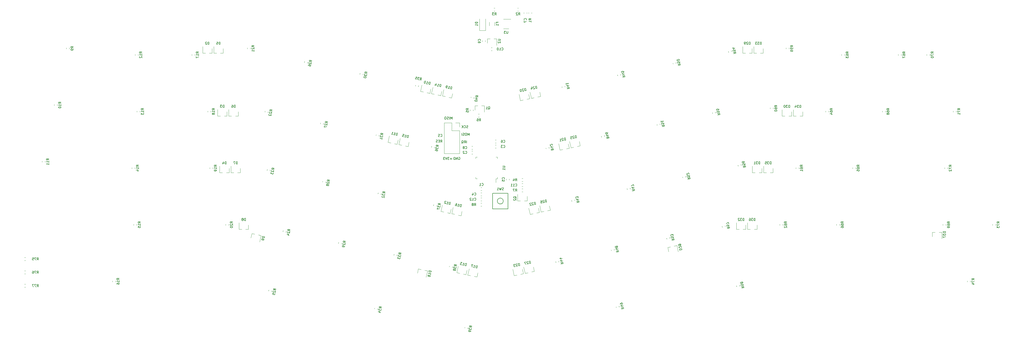
<source format=gbr>
G04 #@! TF.GenerationSoftware,KiCad,Pcbnew,5.1.9*
G04 #@! TF.CreationDate,2021-03-27T18:28:55-04:00*
G04 #@! TF.ProjectId,Cordillera,436f7264-696c-46c6-9572-612e6b696361,rev?*
G04 #@! TF.SameCoordinates,Original*
G04 #@! TF.FileFunction,Legend,Bot*
G04 #@! TF.FilePolarity,Positive*
%FSLAX46Y46*%
G04 Gerber Fmt 4.6, Leading zero omitted, Abs format (unit mm)*
G04 Created by KiCad (PCBNEW 5.1.9) date 2021-03-27 18:28:55*
%MOMM*%
%LPD*%
G01*
G04 APERTURE LIST*
%ADD10C,0.150000*%
%ADD11C,0.120000*%
G04 APERTURE END LIST*
D10*
X141261733Y-29617543D02*
X141261733Y-28817543D01*
X140995067Y-29388972D01*
X140728400Y-28817543D01*
X140728400Y-29617543D01*
X140347448Y-29617543D02*
X140347448Y-28817543D01*
X140004591Y-29579448D02*
X139890305Y-29617543D01*
X139699829Y-29617543D01*
X139623638Y-29579448D01*
X139585543Y-29541353D01*
X139547448Y-29465162D01*
X139547448Y-29388972D01*
X139585543Y-29312781D01*
X139623638Y-29274686D01*
X139699829Y-29236591D01*
X139852210Y-29198496D01*
X139928400Y-29160400D01*
X139966495Y-29122305D01*
X140004591Y-29046115D01*
X140004591Y-28969924D01*
X139966495Y-28893734D01*
X139928400Y-28855639D01*
X139852210Y-28817543D01*
X139661733Y-28817543D01*
X139547448Y-28855639D01*
X139052210Y-28817543D02*
X138899829Y-28817543D01*
X138823638Y-28855639D01*
X138747448Y-28931829D01*
X138709352Y-29084210D01*
X138709352Y-29350877D01*
X138747448Y-29503258D01*
X138823638Y-29579448D01*
X138899829Y-29617543D01*
X139052210Y-29617543D01*
X139128400Y-29579448D01*
X139204591Y-29503258D01*
X139242686Y-29350877D01*
X139242686Y-29084210D01*
X139204591Y-28931829D01*
X139128400Y-28855639D01*
X139052210Y-28817543D01*
X137354471Y-37364543D02*
X137621138Y-36983591D01*
X137811614Y-37364543D02*
X137811614Y-36564543D01*
X137506852Y-36564543D01*
X137430662Y-36602639D01*
X137392567Y-36640734D01*
X137354471Y-36716924D01*
X137354471Y-36831210D01*
X137392567Y-36907400D01*
X137430662Y-36945496D01*
X137506852Y-36983591D01*
X137811614Y-36983591D01*
X137011614Y-36945496D02*
X136744948Y-36945496D01*
X136630662Y-37364543D02*
X137011614Y-37364543D01*
X137011614Y-36564543D01*
X136630662Y-36564543D01*
X136325900Y-37326448D02*
X136211614Y-37364543D01*
X136021138Y-37364543D01*
X135944948Y-37326448D01*
X135906852Y-37288353D01*
X135868757Y-37212162D01*
X135868757Y-37135972D01*
X135906852Y-37059781D01*
X135944948Y-37021686D01*
X136021138Y-36983591D01*
X136173519Y-36945496D01*
X136249710Y-36907400D01*
X136287805Y-36869305D01*
X136325900Y-36793115D01*
X136325900Y-36716924D01*
X136287805Y-36640734D01*
X136249710Y-36602639D01*
X136173519Y-36564543D01*
X135983043Y-36564543D01*
X135868757Y-36602639D01*
X137354471Y-35383353D02*
X137392567Y-35421448D01*
X137506852Y-35459543D01*
X137583043Y-35459543D01*
X137697329Y-35421448D01*
X137773519Y-35345258D01*
X137811614Y-35269067D01*
X137849710Y-35116686D01*
X137849710Y-35002400D01*
X137811614Y-34850019D01*
X137773519Y-34773829D01*
X137697329Y-34697639D01*
X137583043Y-34659543D01*
X137506852Y-34659543D01*
X137392567Y-34697639D01*
X137354471Y-34735734D01*
X137049710Y-35421448D02*
X136935424Y-35459543D01*
X136744948Y-35459543D01*
X136668757Y-35421448D01*
X136630662Y-35383353D01*
X136592567Y-35307162D01*
X136592567Y-35230972D01*
X136630662Y-35154781D01*
X136668757Y-35116686D01*
X136744948Y-35078591D01*
X136897329Y-35040496D01*
X136973519Y-35002400D01*
X137011614Y-34964305D01*
X137049710Y-34888115D01*
X137049710Y-34811924D01*
X137011614Y-34735734D01*
X136973519Y-34697639D01*
X136897329Y-34659543D01*
X136706852Y-34659543D01*
X136592567Y-34697639D01*
X141160114Y-42901781D02*
X140550591Y-42901781D01*
X140855352Y-43206543D02*
X140855352Y-42597019D01*
X140245829Y-42406543D02*
X139750591Y-42406543D01*
X140017257Y-42711305D01*
X139902971Y-42711305D01*
X139826781Y-42749400D01*
X139788686Y-42787496D01*
X139750591Y-42863686D01*
X139750591Y-43054162D01*
X139788686Y-43130353D01*
X139826781Y-43168448D01*
X139902971Y-43206543D01*
X140131543Y-43206543D01*
X140207733Y-43168448D01*
X140245829Y-43130353D01*
X139522019Y-42406543D02*
X139255352Y-43206543D01*
X138988686Y-42406543D01*
X138798210Y-42406543D02*
X138302971Y-42406543D01*
X138569638Y-42711305D01*
X138455352Y-42711305D01*
X138379162Y-42749400D01*
X138341067Y-42787496D01*
X138302971Y-42863686D01*
X138302971Y-43054162D01*
X138341067Y-43130353D01*
X138379162Y-43168448D01*
X138455352Y-43206543D01*
X138683924Y-43206543D01*
X138760114Y-43168448D01*
X138798210Y-43130353D01*
X143408114Y-42444639D02*
X143484305Y-42406543D01*
X143598591Y-42406543D01*
X143712876Y-42444639D01*
X143789067Y-42520829D01*
X143827162Y-42597019D01*
X143865257Y-42749400D01*
X143865257Y-42863686D01*
X143827162Y-43016067D01*
X143789067Y-43092258D01*
X143712876Y-43168448D01*
X143598591Y-43206543D01*
X143522400Y-43206543D01*
X143408114Y-43168448D01*
X143370019Y-43130353D01*
X143370019Y-42863686D01*
X143522400Y-42863686D01*
X143027162Y-43206543D02*
X143027162Y-42406543D01*
X142570019Y-43206543D01*
X142570019Y-42406543D01*
X142189067Y-43206543D02*
X142189067Y-42406543D01*
X141998591Y-42406543D01*
X141884305Y-42444639D01*
X141808114Y-42520829D01*
X141770019Y-42597019D01*
X141731924Y-42749400D01*
X141731924Y-42863686D01*
X141770019Y-43016067D01*
X141808114Y-43092258D01*
X141884305Y-43168448D01*
X141998591Y-43206543D01*
X142189067Y-43206543D01*
X146143662Y-37618543D02*
X146143662Y-36818543D01*
X145305567Y-37618543D02*
X145572233Y-37237591D01*
X145762710Y-37618543D02*
X145762710Y-36818543D01*
X145457948Y-36818543D01*
X145381757Y-36856639D01*
X145343662Y-36894734D01*
X145305567Y-36970924D01*
X145305567Y-37085210D01*
X145343662Y-37161400D01*
X145381757Y-37199496D01*
X145457948Y-37237591D01*
X145762710Y-37237591D01*
X144429376Y-37694734D02*
X144505567Y-37656639D01*
X144581757Y-37580448D01*
X144696043Y-37466162D01*
X144772233Y-37428067D01*
X144848424Y-37428067D01*
X144810329Y-37618543D02*
X144886519Y-37580448D01*
X144962710Y-37504258D01*
X145000805Y-37351877D01*
X145000805Y-37085210D01*
X144962710Y-36932829D01*
X144886519Y-36856639D01*
X144810329Y-36818543D01*
X144657948Y-36818543D01*
X144581757Y-36856639D01*
X144505567Y-36932829D01*
X144467471Y-37085210D01*
X144467471Y-37351877D01*
X144505567Y-37504258D01*
X144581757Y-37580448D01*
X144657948Y-37618543D01*
X144810329Y-37618543D01*
X147019852Y-35078543D02*
X147019852Y-34278543D01*
X146753186Y-34849972D01*
X146486519Y-34278543D01*
X146486519Y-35078543D01*
X145953186Y-34278543D02*
X145800805Y-34278543D01*
X145724614Y-34316639D01*
X145648424Y-34392829D01*
X145610329Y-34545210D01*
X145610329Y-34811877D01*
X145648424Y-34964258D01*
X145724614Y-35040448D01*
X145800805Y-35078543D01*
X145953186Y-35078543D01*
X146029376Y-35040448D01*
X146105567Y-34964258D01*
X146143662Y-34811877D01*
X146143662Y-34545210D01*
X146105567Y-34392829D01*
X146029376Y-34316639D01*
X145953186Y-34278543D01*
X145305567Y-35040448D02*
X145191281Y-35078543D01*
X145000805Y-35078543D01*
X144924614Y-35040448D01*
X144886519Y-35002353D01*
X144848424Y-34926162D01*
X144848424Y-34849972D01*
X144886519Y-34773781D01*
X144924614Y-34735686D01*
X145000805Y-34697591D01*
X145153186Y-34659496D01*
X145229376Y-34621400D01*
X145267471Y-34583305D01*
X145305567Y-34507115D01*
X145305567Y-34430924D01*
X145267471Y-34354734D01*
X145229376Y-34316639D01*
X145153186Y-34278543D01*
X144962710Y-34278543D01*
X144848424Y-34316639D01*
X144505567Y-35078543D02*
X144505567Y-34278543D01*
X146524614Y-32500448D02*
X146410329Y-32538543D01*
X146219852Y-32538543D01*
X146143662Y-32500448D01*
X146105567Y-32462353D01*
X146067471Y-32386162D01*
X146067471Y-32309972D01*
X146105567Y-32233781D01*
X146143662Y-32195686D01*
X146219852Y-32157591D01*
X146372233Y-32119496D01*
X146448424Y-32081400D01*
X146486519Y-32043305D01*
X146524614Y-31967115D01*
X146524614Y-31890924D01*
X146486519Y-31814734D01*
X146448424Y-31776639D01*
X146372233Y-31738543D01*
X146181757Y-31738543D01*
X146067471Y-31776639D01*
X145267471Y-32462353D02*
X145305567Y-32500448D01*
X145419852Y-32538543D01*
X145496043Y-32538543D01*
X145610329Y-32500448D01*
X145686519Y-32424258D01*
X145724614Y-32348067D01*
X145762710Y-32195686D01*
X145762710Y-32081400D01*
X145724614Y-31929019D01*
X145686519Y-31852829D01*
X145610329Y-31776639D01*
X145496043Y-31738543D01*
X145419852Y-31738543D01*
X145305567Y-31776639D01*
X145267471Y-31814734D01*
X144924614Y-32538543D02*
X144924614Y-31738543D01*
X144467471Y-32538543D02*
X144810329Y-32081400D01*
X144467471Y-31738543D02*
X144924614Y-32195686D01*
D11*
X143747591Y-41126639D02*
X138547591Y-41126639D01*
X143747591Y-33446639D02*
X143747591Y-41126639D01*
X138547591Y-30846639D02*
X138547591Y-41126639D01*
X143747591Y-33446639D02*
X141147591Y-33446639D01*
X141147591Y-33446639D02*
X141147591Y-30846639D01*
X141147591Y-30846639D02*
X138547591Y-30846639D01*
X143747591Y-32176639D02*
X143747591Y-30846639D01*
X143747591Y-30846639D02*
X142417591Y-30846639D01*
X151212776Y-52560001D02*
X150887218Y-52560001D01*
X151212776Y-53580001D02*
X150887218Y-53580001D01*
X150352772Y-27880001D02*
X150027214Y-27880001D01*
X150352772Y-28900001D02*
X150027214Y-28900001D01*
X147312590Y-26437613D02*
X147312590Y-26763171D01*
X148332590Y-26437613D02*
X148332590Y-26763171D01*
X160269994Y882501D02*
X158469994Y882501D01*
X158469994Y4102501D02*
X160919994Y4102501D01*
X152367498Y-3462778D02*
X152367498Y-3137220D01*
X151347498Y-3462778D02*
X151347498Y-3137220D01*
X164992774Y-51249999D02*
X164667216Y-51249999D01*
X164992774Y-52269999D02*
X164667216Y-52269999D01*
X151212776Y-56060002D02*
X150887218Y-56060002D01*
X151212776Y-57080002D02*
X150887218Y-57080002D01*
X154662777Y-5500000D02*
X154337219Y-5500000D01*
X154662777Y-6520000D02*
X154337219Y-6520000D01*
X147837214Y-39690001D02*
X148162772Y-39690001D01*
X147837214Y-38670001D02*
X148162772Y-38670001D01*
X165317496Y6299030D02*
X165317496Y5973472D01*
X166337496Y6299030D02*
X166337496Y5973472D01*
X155701273Y-37564007D02*
X156026831Y-37564007D01*
X155701273Y-36544007D02*
X156026831Y-36544007D01*
X159369996Y-49697222D02*
X159369996Y-50022780D01*
X160389996Y-49697222D02*
X160389996Y-50022780D01*
X151212772Y-54310001D02*
X150887214Y-54310001D01*
X151212772Y-55330001D02*
X150887214Y-55330001D01*
X155701270Y-39314006D02*
X156026828Y-39314006D01*
X155701270Y-38294006D02*
X156026828Y-38294006D01*
X147837219Y-41290001D02*
X148162777Y-41290001D01*
X147837219Y-40270001D02*
X148162777Y-40270001D01*
X152432498Y242500D02*
X150432498Y242500D01*
X150432498Y242500D02*
X150432498Y4142500D01*
X152432498Y242500D02*
X152432498Y4142500D01*
X164667218Y-54020000D02*
X164992776Y-54020000D01*
X164667218Y-53000000D02*
X164992776Y-53000000D01*
X164992776Y-49500000D02*
X164667218Y-49500000D01*
X164992776Y-50520000D02*
X164667218Y-50520000D01*
X151212772Y-57810001D02*
X150887214Y-57810001D01*
X151212772Y-58830001D02*
X150887214Y-58830001D01*
X148879994Y-25050001D02*
X149809994Y-25050001D01*
X152039994Y-25050001D02*
X151109994Y-25050001D01*
X152039994Y-25050001D02*
X152039994Y-27210001D01*
X148879994Y-25050001D02*
X148879994Y-26510001D01*
X141054172Y-22427890D02*
X140144495Y-22234532D01*
X137963226Y-21770889D02*
X138872903Y-21964247D01*
X137963226Y-21770889D02*
X138412315Y-19658090D01*
X141054172Y-22427890D02*
X141357723Y-20999794D01*
X129884308Y-18637929D02*
X129951995Y-18319485D01*
X128886597Y-18425859D02*
X128954284Y-18107415D01*
X145894478Y-81883512D02*
X144984801Y-81690154D01*
X142803532Y-81226511D02*
X143713209Y-81419869D01*
X142803532Y-81226511D02*
X143252621Y-79113712D01*
X145894478Y-81883512D02*
X146198029Y-80455416D01*
X149562535Y-82663180D02*
X148652858Y-82469822D01*
X146471589Y-82006179D02*
X147381266Y-82199537D01*
X146471589Y-82006179D02*
X146920678Y-79893380D01*
X149562535Y-82663180D02*
X149866086Y-81235084D01*
X140544485Y-61273514D02*
X139634808Y-61080156D01*
X137453539Y-60616513D02*
X138363216Y-60809871D01*
X137453539Y-60616513D02*
X137902628Y-58503714D01*
X140544485Y-61273514D02*
X140848036Y-59845418D01*
X144212540Y-62053181D02*
X143302863Y-61859823D01*
X141121594Y-61396180D02*
X142031271Y-61589538D01*
X141121594Y-61396180D02*
X141570683Y-59283381D01*
X144212540Y-62053181D02*
X144516091Y-60625085D01*
X122767292Y-38013573D02*
X121857615Y-37820215D01*
X119676346Y-37356572D02*
X120586023Y-37549930D01*
X119676346Y-37356572D02*
X120125435Y-35243773D01*
X122767292Y-38013573D02*
X123070843Y-36585477D01*
X126435343Y-38793243D02*
X125525666Y-38599885D01*
X123344397Y-38136242D02*
X124254074Y-38329600D01*
X123344397Y-38136242D02*
X123793486Y-36023443D01*
X126435343Y-38793243D02*
X126738894Y-37365147D01*
X137386113Y-21648221D02*
X136476436Y-21454863D01*
X134295167Y-20991220D02*
X135204844Y-21184578D01*
X134295167Y-20991220D02*
X134744256Y-18878421D01*
X137386113Y-21648221D02*
X137689664Y-20220125D01*
X133718062Y-20868549D02*
X132808385Y-20675191D01*
X130627116Y-20211548D02*
X131536793Y-20404906D01*
X130627116Y-20211548D02*
X131076205Y-18098749D01*
X133718062Y-20868549D02*
X134021613Y-19440453D01*
X72814994Y-66625001D02*
X71884994Y-66625001D01*
X69654994Y-66625001D02*
X70584994Y-66625001D01*
X69654994Y-66625001D02*
X69654994Y-64465001D01*
X72814994Y-66625001D02*
X72814994Y-65165001D01*
X245214997Y-47574499D02*
X244284997Y-47574499D01*
X242054997Y-47574499D02*
X242984997Y-47574499D01*
X242054997Y-47574499D02*
X242054997Y-45414499D01*
X245214997Y-47574499D02*
X245214997Y-46114499D01*
X248964991Y-47574499D02*
X248034991Y-47574499D01*
X245804991Y-47574499D02*
X246734991Y-47574499D01*
X245804991Y-47574499D02*
X245804991Y-45414499D01*
X248964991Y-47574499D02*
X248964991Y-46114499D01*
X165153642Y-81556569D02*
X164243965Y-81749927D01*
X162062696Y-82213570D02*
X162972373Y-82020212D01*
X162062696Y-82213570D02*
X161613606Y-80100771D01*
X165153642Y-81556569D02*
X164850091Y-80128473D01*
X168821701Y-80776902D02*
X167912024Y-80970260D01*
X165730755Y-81433903D02*
X166640432Y-81240545D01*
X165730755Y-81433903D02*
X165281665Y-79321104D01*
X168821701Y-80776902D02*
X168518150Y-79348806D01*
X170513647Y-60946570D02*
X169603970Y-61139928D01*
X167422701Y-61603571D02*
X168332378Y-61410213D01*
X167422701Y-61603571D02*
X166973611Y-59490772D01*
X170513647Y-60946570D02*
X170210096Y-59518474D01*
X174181701Y-60166903D02*
X173272024Y-60360261D01*
X171090755Y-60823904D02*
X172000432Y-60630546D01*
X171090755Y-60823904D02*
X170641665Y-58711105D01*
X174181701Y-60166903D02*
X173878150Y-58738807D01*
X180556886Y-39329576D02*
X179647209Y-39522934D01*
X177465940Y-39986577D02*
X178375617Y-39793219D01*
X177465940Y-39986577D02*
X177016850Y-37873778D01*
X180556886Y-39329576D02*
X180253335Y-37901480D01*
X184224937Y-38549907D02*
X183315260Y-38743265D01*
X181133991Y-39206908D02*
X182043668Y-39013550D01*
X181133991Y-39206908D02*
X180684901Y-37094109D01*
X184224937Y-38549907D02*
X183921386Y-37121811D01*
X167253647Y-22686568D02*
X166343970Y-22879926D01*
X164162701Y-23343569D02*
X165072378Y-23150211D01*
X164162701Y-23343569D02*
X163713611Y-21230770D01*
X167253647Y-22686568D02*
X166950096Y-21258472D01*
X170921698Y-21906899D02*
X170012021Y-22100257D01*
X167830752Y-22563900D02*
X168740429Y-22370542D01*
X167830752Y-22563900D02*
X167381662Y-20451101D01*
X170921698Y-21906899D02*
X170618147Y-20478803D01*
X239854992Y-66625001D02*
X238924992Y-66625001D01*
X236694992Y-66625001D02*
X237624992Y-66625001D01*
X236694992Y-66625001D02*
X236694992Y-64465001D01*
X239854992Y-66625001D02*
X239854992Y-65165001D01*
X258974991Y-28547501D02*
X258044991Y-28547501D01*
X255814991Y-28547501D02*
X256744991Y-28547501D01*
X255814991Y-28547501D02*
X255814991Y-26387501D01*
X258974991Y-28547501D02*
X258974991Y-27087501D01*
X255224991Y-28547499D02*
X254294991Y-28547499D01*
X252064991Y-28547499D02*
X252994991Y-28547499D01*
X252064991Y-28547499D02*
X252064991Y-26387499D01*
X255224991Y-28547499D02*
X255224991Y-27087499D01*
X245704997Y-7335000D02*
X244774997Y-7335000D01*
X242544997Y-7335000D02*
X243474997Y-7335000D01*
X242544997Y-7335000D02*
X242544997Y-5175000D01*
X245704997Y-7335000D02*
X245704997Y-5875000D01*
X241954991Y-7335001D02*
X241024991Y-7335001D01*
X238794991Y-7335001D02*
X239724991Y-7335001D01*
X238794991Y-7335001D02*
X238794991Y-5175001D01*
X241954991Y-7335001D02*
X241954991Y-5875001D01*
X70079996Y-47575000D02*
X69149996Y-47575000D01*
X66919996Y-47575000D02*
X67849996Y-47575000D01*
X66919996Y-47575000D02*
X66919996Y-45415000D01*
X70079996Y-47575000D02*
X70079996Y-46115000D01*
X66329991Y-47575001D02*
X65399991Y-47575001D01*
X63169991Y-47575001D02*
X64099991Y-47575001D01*
X63169991Y-47575001D02*
X63169991Y-45415001D01*
X66329991Y-47575001D02*
X66329991Y-46115001D01*
X65629991Y-28525001D02*
X64699991Y-28525001D01*
X62469991Y-28525001D02*
X63399991Y-28525001D01*
X62469991Y-28525001D02*
X62469991Y-26365001D01*
X65629991Y-28525001D02*
X65629991Y-27065001D01*
X69379991Y-28524999D02*
X68449991Y-28524999D01*
X66219991Y-28524999D02*
X67149991Y-28524999D01*
X66219991Y-28524999D02*
X66219991Y-26364999D01*
X69379991Y-28524999D02*
X69379991Y-27064999D01*
X60579991Y-7335001D02*
X59649991Y-7335001D01*
X57419991Y-7335001D02*
X58349991Y-7335001D01*
X57419991Y-7335001D02*
X57419991Y-5175001D01*
X60579991Y-7335001D02*
X60579991Y-5875001D01*
X64329993Y-7334998D02*
X63399993Y-7334998D01*
X61169993Y-7334998D02*
X62099993Y-7334998D01*
X61169993Y-7334998D02*
X61169993Y-5174998D01*
X64329993Y-7334998D02*
X64329993Y-5874998D01*
X243604996Y-66624999D02*
X242674996Y-66624999D01*
X240444996Y-66624999D02*
X241374996Y-66624999D01*
X240444996Y-66624999D02*
X240444996Y-64464999D01*
X243604996Y-66624999D02*
X243604996Y-65164999D01*
X-2362785Y-86130000D02*
X-2037227Y-86130000D01*
X-2362785Y-85110000D02*
X-2037227Y-85110000D01*
X-2362784Y-81630000D02*
X-2037226Y-81630000D01*
X-2362784Y-80610000D02*
X-2037226Y-80610000D01*
X-2362784Y-77130000D02*
X-2037226Y-77130000D01*
X-2362784Y-76110000D02*
X-2037226Y-76110000D01*
X166409996Y-57019998D02*
X165479996Y-57019998D01*
X163249996Y-57019998D02*
X164179996Y-57019998D01*
X163249996Y-57019998D02*
X163249996Y-54859998D01*
X166409996Y-57019998D02*
X166409996Y-55559998D01*
X153027497Y-2539999D02*
X153957497Y-2539999D01*
X156187497Y-2539999D02*
X155257497Y-2539999D01*
X156187497Y-2539999D02*
X156187497Y-4699999D01*
X153027497Y-2539999D02*
X153027497Y-3999999D01*
X149189994Y-42820000D02*
X149189994Y-42370000D01*
X149189994Y-42370000D02*
X149639994Y-42370000D01*
X149189994Y-49140000D02*
X149189994Y-49590000D01*
X149189994Y-49590000D02*
X149639994Y-49590000D01*
X156409994Y-42820000D02*
X156409994Y-42370000D01*
X156409994Y-42370000D02*
X155959994Y-42370000D01*
X156409994Y-49140000D02*
X156409994Y-49590000D01*
X156409994Y-49590000D02*
X155959994Y-49590000D01*
X155959994Y-49590000D02*
X155959994Y-50880000D01*
D10*
X158412589Y-57132891D02*
G75*
G03*
X158412589Y-57132891I-1000000J0D01*
G01*
X154812589Y-54532891D02*
X154812589Y-59732891D01*
X160012589Y-54532891D02*
X154812589Y-54532891D01*
X160012589Y-59732891D02*
X160012589Y-54532891D01*
X154812589Y-59732891D02*
X160012589Y-59732891D01*
D11*
X315309999Y-84340276D02*
X315309999Y-84014718D01*
X314289999Y-84340276D02*
X314289999Y-84014718D01*
X323749998Y-65240280D02*
X323749998Y-64914722D01*
X322729998Y-65240280D02*
X322729998Y-64914722D01*
X307669999Y-46190281D02*
X307669999Y-45864723D01*
X306649999Y-46190281D02*
X306649999Y-45864723D01*
X310549997Y-27140277D02*
X310549997Y-26814719D01*
X309529997Y-27140277D02*
X309529997Y-26814719D01*
X301620000Y-8090278D02*
X301620000Y-7764720D01*
X300600000Y-8090278D02*
X300600000Y-7764720D01*
X307079994Y-65240279D02*
X307079994Y-64914721D01*
X306059994Y-65240279D02*
X306059994Y-64914721D01*
X286729998Y-27140278D02*
X286729998Y-26814720D01*
X285709998Y-27140278D02*
X285709998Y-26814720D01*
X292089995Y-8090280D02*
X292089995Y-7764722D01*
X291069995Y-8090280D02*
X291069995Y-7764722D01*
X271359996Y-65240279D02*
X271359996Y-64914721D01*
X270339996Y-65240279D02*
X270339996Y-64914721D01*
X276719992Y-46190278D02*
X276719992Y-45864720D01*
X275699992Y-46190278D02*
X275699992Y-45864720D01*
X267679993Y-27162780D02*
X267679993Y-26837222D01*
X266659993Y-27162780D02*
X266659993Y-26837222D01*
X273039998Y-8090279D02*
X273039998Y-7764721D01*
X272019998Y-8090279D02*
X272019998Y-7764721D01*
X252309993Y-65240280D02*
X252309993Y-64914722D01*
X251289993Y-65240280D02*
X251289993Y-64914722D01*
X257669992Y-46190278D02*
X257669992Y-45864720D01*
X256649992Y-46190278D02*
X256649992Y-45864720D01*
X249049993Y-26080274D02*
X249049993Y-25754716D01*
X248029993Y-26080274D02*
X248029993Y-25754716D01*
X254409996Y-5950280D02*
X254409996Y-5624722D01*
X253389996Y-5950280D02*
X253389996Y-5624722D01*
X237758571Y-85722569D02*
X237690884Y-85404125D01*
X236760860Y-85934639D02*
X236693173Y-85616195D01*
X232948573Y-65732570D02*
X232880886Y-65414126D01*
X231950862Y-65944640D02*
X231883175Y-65626196D01*
X238308574Y-45122568D02*
X238240887Y-44804124D01*
X237310863Y-45334638D02*
X237243176Y-45016194D01*
X229688576Y-27472566D02*
X229620889Y-27154122D01*
X228690865Y-27684636D02*
X228623178Y-27366192D01*
X235048572Y-6862569D02*
X234980885Y-6544125D01*
X234050861Y-7074639D02*
X233983174Y-6756195D01*
X214318574Y-69692568D02*
X214250887Y-69374124D01*
X213320863Y-69904638D02*
X213253176Y-69586194D01*
X219678575Y-49082570D02*
X219610888Y-48764126D01*
X218680864Y-49294640D02*
X218613177Y-48976196D01*
X211058571Y-31432565D02*
X210990884Y-31114121D01*
X210060860Y-31644635D02*
X209993173Y-31326191D01*
X216418570Y-10822570D02*
X216350883Y-10504126D01*
X215420859Y-11034640D02*
X215353172Y-10716196D01*
X197348569Y-92782567D02*
X197280882Y-92464123D01*
X196350858Y-92994637D02*
X196283171Y-92676193D01*
X195678574Y-73652571D02*
X195610887Y-73334127D01*
X194680863Y-73864641D02*
X194613176Y-73546197D01*
X201038573Y-53042569D02*
X200970886Y-52724125D01*
X200040862Y-53254639D02*
X199973175Y-52936195D01*
X192418568Y-35392570D02*
X192350881Y-35074126D01*
X191420857Y-35604640D02*
X191353170Y-35286196D01*
X197778571Y-14782569D02*
X197710884Y-14464125D01*
X196780860Y-14994639D02*
X196713173Y-14676195D01*
X177048573Y-77612570D02*
X176980886Y-77294126D01*
X176050862Y-77824640D02*
X175983175Y-77506196D01*
X182408574Y-57002568D02*
X182340887Y-56684124D01*
X181410863Y-57214638D02*
X181343176Y-56896194D01*
X173788571Y-39352568D02*
X173720884Y-39034124D01*
X172790860Y-39564638D02*
X172723173Y-39246194D01*
X179148573Y-18742568D02*
X179080886Y-18424124D01*
X178150862Y-18954638D02*
X178083175Y-18636194D01*
X148514305Y-22597933D02*
X148581992Y-22279489D01*
X147516594Y-22385863D02*
X147584281Y-22067419D01*
X146424308Y-100057934D02*
X146491995Y-99739490D01*
X145426597Y-99845864D02*
X145494284Y-99527420D01*
X141284312Y-79487931D02*
X141351999Y-79169487D01*
X140286601Y-79275861D02*
X140354288Y-78957417D01*
X135934310Y-58877934D02*
X136001997Y-58559490D01*
X134936599Y-58665864D02*
X135004286Y-58347420D01*
X135234308Y-39247930D02*
X135301995Y-38929486D01*
X134236597Y-39035860D02*
X134304284Y-38717416D01*
X116104308Y-93617932D02*
X116171995Y-93299488D01*
X115106597Y-93405862D02*
X115174284Y-93087418D01*
X122654313Y-75527933D02*
X122722000Y-75209489D01*
X121656602Y-75315863D02*
X121724289Y-74997419D01*
X117304306Y-54917933D02*
X117371993Y-54599489D01*
X116306595Y-54705863D02*
X116374282Y-54387419D01*
X116604307Y-35287933D02*
X116671994Y-34969489D01*
X115606596Y-35075863D02*
X115674283Y-34757419D01*
X111244307Y-14677932D02*
X111311994Y-14359488D01*
X110246596Y-14465862D02*
X110314283Y-14147418D01*
X104014306Y-71567933D02*
X104081993Y-71249489D01*
X103016595Y-71355863D02*
X103084282Y-71037419D01*
X98664311Y-50957933D02*
X98731998Y-50639489D01*
X97666600Y-50745863D02*
X97734287Y-50427419D01*
X97964312Y-31327931D02*
X98031999Y-31009487D01*
X96966601Y-31115861D02*
X97034288Y-30797417D01*
X92614307Y-10717934D02*
X92681994Y-10399490D01*
X91616596Y-10505864D02*
X91684283Y-10187420D01*
X80574306Y-87597934D02*
X80641993Y-87279490D01*
X79576595Y-87385864D02*
X79644282Y-87067420D01*
X85384306Y-67607933D02*
X85451993Y-67289489D01*
X84386595Y-67395863D02*
X84454282Y-67077419D01*
X80034309Y-46997932D02*
X80101996Y-46679488D01*
X79036598Y-46785862D02*
X79104285Y-46467418D01*
X79334312Y-27367933D02*
X79401999Y-27049489D01*
X78336601Y-27155863D02*
X78404288Y-26837419D01*
X73449999Y-5950278D02*
X73449999Y-5624720D01*
X72429999Y-5950278D02*
X72429999Y-5624720D01*
X66219998Y-65240278D02*
X66219998Y-64914720D01*
X65199998Y-65240278D02*
X65199998Y-64914720D01*
X60869994Y-46190277D02*
X60869994Y-45864719D01*
X59849994Y-46190277D02*
X59849994Y-45864719D01*
X60169993Y-27140275D02*
X60169993Y-26814717D01*
X59149993Y-27140275D02*
X59149993Y-26814717D01*
X54809997Y-8090278D02*
X54809997Y-7764720D01*
X53789997Y-8090278D02*
X53789997Y-7764720D01*
X28129995Y-84290279D02*
X28129995Y-83964721D01*
X27109995Y-84290279D02*
X27109995Y-83964721D01*
X35269997Y-65240279D02*
X35269997Y-64914721D01*
X34249997Y-65240279D02*
X34249997Y-64914721D01*
X34669995Y-46190280D02*
X34669995Y-45864722D01*
X33649995Y-46190280D02*
X33649995Y-45864722D01*
X36359996Y-27140280D02*
X36359996Y-26814722D01*
X35339996Y-27140280D02*
X35339996Y-26814722D01*
X35760000Y-8090279D02*
X35760000Y-7764721D01*
X34740000Y-8090279D02*
X34740000Y-7764721D01*
X4509996Y-44050279D02*
X4509996Y-43724721D01*
X3489996Y-44050279D02*
X3489996Y-43724721D01*
X8579994Y-25000280D02*
X8579994Y-24674722D01*
X7559994Y-25000280D02*
X7559994Y-24674722D01*
X12708743Y-5950275D02*
X12708743Y-5624717D01*
X11688743Y-5950275D02*
X11688743Y-5624717D01*
X155238467Y6745000D02*
X155564025Y6745000D01*
X155238467Y7765000D02*
X155564025Y7765000D01*
X163175965Y6745000D02*
X163501523Y6745000D01*
X163175965Y7765000D02*
X163501523Y7765000D01*
X167917495Y5973471D02*
X167917495Y6299029D01*
X166897495Y5973471D02*
X166897495Y6299029D01*
X155517494Y1890436D02*
X155517494Y3094564D01*
X153697494Y1890436D02*
X153697494Y3094564D01*
X302519992Y-67620000D02*
X303449992Y-67620000D01*
X305679992Y-67620000D02*
X304749992Y-67620000D01*
X305679992Y-67620000D02*
X305679992Y-69780000D01*
X302519992Y-67620000D02*
X302519992Y-69080000D01*
X213637503Y-72722264D02*
X214547180Y-72528906D01*
X216728449Y-72065263D02*
X215818772Y-72258621D01*
X216728449Y-72065263D02*
X217177539Y-74178062D01*
X213637503Y-72722264D02*
X213941054Y-74150360D01*
X129867613Y-79940713D02*
X130777290Y-80134071D01*
X132958559Y-80597714D02*
X132048882Y-80404356D01*
X132958559Y-80597714D02*
X132509470Y-82710513D01*
X129867613Y-79940713D02*
X129564062Y-81368809D01*
X73966474Y-68058558D02*
X74876151Y-68251916D01*
X77057420Y-68715559D02*
X76147743Y-68522201D01*
X77057420Y-68715559D02*
X76608331Y-70828358D01*
X73966474Y-68058558D02*
X73662923Y-69486654D01*
D10*
X151183330Y-51885715D02*
X151221425Y-51923810D01*
X151335711Y-51961905D01*
X151411901Y-51961905D01*
X151526187Y-51923810D01*
X151602377Y-51847620D01*
X151640473Y-51771429D01*
X151678568Y-51619048D01*
X151678568Y-51504762D01*
X151640473Y-51352381D01*
X151602377Y-51276191D01*
X151526187Y-51200001D01*
X151411901Y-51161905D01*
X151335711Y-51161905D01*
X151221425Y-51200001D01*
X151183330Y-51238096D01*
X150421425Y-51961905D02*
X150878568Y-51961905D01*
X150649997Y-51961905D02*
X150649997Y-51161905D01*
X150726187Y-51276191D01*
X150802377Y-51352381D01*
X150878568Y-51390477D01*
X150323326Y-30181905D02*
X150589993Y-29800953D01*
X150780469Y-30181905D02*
X150780469Y-29381905D01*
X150475707Y-29381905D01*
X150399516Y-29420001D01*
X150361421Y-29458096D01*
X150323326Y-29534286D01*
X150323326Y-29648572D01*
X150361421Y-29724762D01*
X150399516Y-29762858D01*
X150475707Y-29800953D01*
X150780469Y-29800953D01*
X149637612Y-29381905D02*
X149789993Y-29381905D01*
X149866183Y-29420001D01*
X149904278Y-29458096D01*
X149980469Y-29572381D01*
X150018564Y-29724762D01*
X150018564Y-30029524D01*
X149980469Y-30105715D01*
X149942373Y-30143810D01*
X149866183Y-30181905D01*
X149713802Y-30181905D01*
X149637612Y-30143810D01*
X149599516Y-30105715D01*
X149561421Y-30029524D01*
X149561421Y-29839048D01*
X149599516Y-29762858D01*
X149637612Y-29724762D01*
X149713802Y-29686667D01*
X149866183Y-29686667D01*
X149942373Y-29724762D01*
X149980469Y-29762858D01*
X150018564Y-29839048D01*
X146754494Y-26467058D02*
X146373542Y-26200392D01*
X146754494Y-26009915D02*
X145954494Y-26009915D01*
X145954494Y-26314677D01*
X145992590Y-26390868D01*
X146030685Y-26428963D01*
X146106875Y-26467058D01*
X146221161Y-26467058D01*
X146297351Y-26428963D01*
X146335447Y-26390868D01*
X146373542Y-26314677D01*
X146373542Y-26009915D01*
X145954494Y-27190868D02*
X145954494Y-26809915D01*
X146335447Y-26771820D01*
X146297351Y-26809915D01*
X146259256Y-26886106D01*
X146259256Y-27076582D01*
X146297351Y-27152772D01*
X146335447Y-27190868D01*
X146411637Y-27228963D01*
X146602113Y-27228963D01*
X146678304Y-27190868D01*
X146716399Y-27152772D01*
X146754494Y-27076582D01*
X146754494Y-26886106D01*
X146716399Y-26809915D01*
X146678304Y-26771820D01*
X159979517Y30596D02*
X159979517Y-617022D01*
X159941422Y-693213D01*
X159903327Y-731308D01*
X159827136Y-769403D01*
X159674755Y-769403D01*
X159598565Y-731308D01*
X159560470Y-693213D01*
X159522374Y-617022D01*
X159522374Y30596D01*
X159217613Y30596D02*
X158722374Y30596D01*
X158989041Y-274165D01*
X158874755Y-274165D01*
X158798565Y-312260D01*
X158760470Y-350356D01*
X158722374Y-426546D01*
X158722374Y-617022D01*
X158760470Y-693213D01*
X158798565Y-731308D01*
X158874755Y-769403D01*
X159103327Y-769403D01*
X159179517Y-731308D01*
X159217613Y-693213D01*
X150713212Y-3166665D02*
X150751307Y-3128570D01*
X150789402Y-3014284D01*
X150789402Y-2938094D01*
X150751307Y-2823808D01*
X150675117Y-2747618D01*
X150598926Y-2709522D01*
X150446545Y-2671427D01*
X150332259Y-2671427D01*
X150179878Y-2709522D01*
X150103688Y-2747618D01*
X150027498Y-2823808D01*
X149989402Y-2938094D01*
X149989402Y-3014284D01*
X150027498Y-3128570D01*
X150065593Y-3166665D01*
X150789402Y-3547618D02*
X150789402Y-3699999D01*
X150751307Y-3776189D01*
X150713212Y-3814284D01*
X150598926Y-3890475D01*
X150446545Y-3928570D01*
X150141783Y-3928570D01*
X150065593Y-3890475D01*
X150027498Y-3852379D01*
X149989402Y-3776189D01*
X149989402Y-3623808D01*
X150027498Y-3547618D01*
X150065593Y-3509522D01*
X150141783Y-3471427D01*
X150332259Y-3471427D01*
X150408450Y-3509522D01*
X150446545Y-3547618D01*
X150484640Y-3623808D01*
X150484640Y-3776189D01*
X150446545Y-3852379D01*
X150408450Y-3890475D01*
X150332259Y-3928570D01*
X162497375Y-52045713D02*
X162535471Y-52083808D01*
X162649756Y-52121903D01*
X162725947Y-52121903D01*
X162840233Y-52083808D01*
X162916423Y-52007618D01*
X162954518Y-51931427D01*
X162992614Y-51779046D01*
X162992614Y-51664760D01*
X162954518Y-51512379D01*
X162916423Y-51436189D01*
X162840233Y-51359999D01*
X162725947Y-51321903D01*
X162649756Y-51321903D01*
X162535471Y-51359999D01*
X162497375Y-51398094D01*
X161735471Y-52121903D02*
X162192614Y-52121903D01*
X161964042Y-52121903D02*
X161964042Y-51321903D01*
X162040233Y-51436189D01*
X162116423Y-51512379D01*
X162192614Y-51550475D01*
X160973566Y-52121903D02*
X161430709Y-52121903D01*
X161202137Y-52121903D02*
X161202137Y-51321903D01*
X161278328Y-51436189D01*
X161354518Y-51512379D01*
X161430709Y-51550475D01*
X148717377Y-56855716D02*
X148755473Y-56893811D01*
X148869758Y-56931906D01*
X148945949Y-56931906D01*
X149060235Y-56893811D01*
X149136425Y-56817621D01*
X149174520Y-56741430D01*
X149212616Y-56589049D01*
X149212616Y-56474763D01*
X149174520Y-56322382D01*
X149136425Y-56246192D01*
X149060235Y-56170002D01*
X148945949Y-56131906D01*
X148869758Y-56131906D01*
X148755473Y-56170002D01*
X148717377Y-56208097D01*
X147955473Y-56931906D02*
X148412616Y-56931906D01*
X148184044Y-56931906D02*
X148184044Y-56131906D01*
X148260235Y-56246192D01*
X148336425Y-56322382D01*
X148412616Y-56360478D01*
X147650711Y-56208097D02*
X147612616Y-56170002D01*
X147536425Y-56131906D01*
X147345949Y-56131906D01*
X147269758Y-56170002D01*
X147231663Y-56208097D01*
X147193568Y-56284287D01*
X147193568Y-56360478D01*
X147231663Y-56474763D01*
X147688806Y-56931906D01*
X147193568Y-56931906D01*
X157861188Y-6295714D02*
X157899283Y-6333809D01*
X158013569Y-6371904D01*
X158089759Y-6371904D01*
X158204045Y-6333809D01*
X158280236Y-6257619D01*
X158318331Y-6181428D01*
X158356426Y-6029047D01*
X158356426Y-5914761D01*
X158318331Y-5762380D01*
X158280236Y-5686190D01*
X158204045Y-5610000D01*
X158089759Y-5571904D01*
X158013569Y-5571904D01*
X157899283Y-5610000D01*
X157861188Y-5648095D01*
X157099283Y-6371904D02*
X157556426Y-6371904D01*
X157327855Y-6371904D02*
X157327855Y-5571904D01*
X157404045Y-5686190D01*
X157480236Y-5762380D01*
X157556426Y-5800476D01*
X156604045Y-5571904D02*
X156527855Y-5571904D01*
X156451664Y-5610000D01*
X156413569Y-5648095D01*
X156375474Y-5724285D01*
X156337378Y-5876666D01*
X156337378Y-6067142D01*
X156375474Y-6219523D01*
X156413569Y-6295714D01*
X156451664Y-6333809D01*
X156527855Y-6371904D01*
X156604045Y-6371904D01*
X156680236Y-6333809D01*
X156718331Y-6295714D01*
X156756426Y-6219523D01*
X156794521Y-6067142D01*
X156794521Y-5876666D01*
X156756426Y-5724285D01*
X156718331Y-5648095D01*
X156680236Y-5610000D01*
X156604045Y-5571904D01*
X145667373Y-39465715D02*
X145705469Y-39503810D01*
X145819754Y-39541905D01*
X145895945Y-39541905D01*
X146010231Y-39503810D01*
X146086421Y-39427620D01*
X146124516Y-39351429D01*
X146162612Y-39199048D01*
X146162612Y-39084762D01*
X146124516Y-38932381D01*
X146086421Y-38856191D01*
X146010231Y-38780001D01*
X145895945Y-38741905D01*
X145819754Y-38741905D01*
X145705469Y-38780001D01*
X145667373Y-38818096D01*
X145210231Y-39084762D02*
X145286421Y-39046667D01*
X145324516Y-39008572D01*
X145362612Y-38932381D01*
X145362612Y-38894286D01*
X145324516Y-38818096D01*
X145286421Y-38780001D01*
X145210231Y-38741905D01*
X145057850Y-38741905D01*
X144981659Y-38780001D01*
X144943564Y-38818096D01*
X144905469Y-38894286D01*
X144905469Y-38932381D01*
X144943564Y-39008572D01*
X144981659Y-39046667D01*
X145057850Y-39084762D01*
X145210231Y-39084762D01*
X145286421Y-39122858D01*
X145324516Y-39160953D01*
X145362612Y-39237143D01*
X145362612Y-39389524D01*
X145324516Y-39465715D01*
X145286421Y-39503810D01*
X145210231Y-39541905D01*
X145057850Y-39541905D01*
X144981659Y-39503810D01*
X144943564Y-39465715D01*
X144905469Y-39389524D01*
X144905469Y-39237143D01*
X144943564Y-39160953D01*
X144981659Y-39122858D01*
X145057850Y-39084762D01*
X166113210Y3803631D02*
X166151305Y3841727D01*
X166189400Y3956012D01*
X166189400Y4032203D01*
X166151305Y4146489D01*
X166075115Y4222679D01*
X165998924Y4260774D01*
X165846543Y4298870D01*
X165732257Y4298870D01*
X165579876Y4260774D01*
X165503686Y4222679D01*
X165427496Y4146489D01*
X165389400Y4032203D01*
X165389400Y3956012D01*
X165427496Y3841727D01*
X165465591Y3803631D01*
X165389400Y3536965D02*
X165389400Y3003631D01*
X166189400Y3346489D01*
X158463337Y-37339721D02*
X158501432Y-37377816D01*
X158615718Y-37415911D01*
X158691909Y-37415911D01*
X158806194Y-37377816D01*
X158882385Y-37301626D01*
X158920480Y-37225435D01*
X158958575Y-37073054D01*
X158958575Y-36958768D01*
X158920480Y-36806387D01*
X158882385Y-36730197D01*
X158806194Y-36654007D01*
X158691909Y-36615911D01*
X158615718Y-36615911D01*
X158501432Y-36654007D01*
X158463337Y-36692102D01*
X157777623Y-36615911D02*
X157930004Y-36615911D01*
X158006194Y-36654007D01*
X158044290Y-36692102D01*
X158120480Y-36806387D01*
X158158575Y-36958768D01*
X158158575Y-37263530D01*
X158120480Y-37339721D01*
X158082385Y-37377816D01*
X158006194Y-37415911D01*
X157853813Y-37415911D01*
X157777623Y-37377816D01*
X157739528Y-37339721D01*
X157701432Y-37263530D01*
X157701432Y-37073054D01*
X157739528Y-36996864D01*
X157777623Y-36958768D01*
X157853813Y-36920673D01*
X158006194Y-36920673D01*
X158082385Y-36958768D01*
X158120480Y-36996864D01*
X158158575Y-37073054D01*
X158735710Y-49726667D02*
X158773805Y-49688572D01*
X158811900Y-49574286D01*
X158811900Y-49498096D01*
X158773805Y-49383810D01*
X158697615Y-49307620D01*
X158621424Y-49269524D01*
X158469043Y-49231429D01*
X158354757Y-49231429D01*
X158202376Y-49269524D01*
X158126186Y-49307620D01*
X158049996Y-49383810D01*
X158011900Y-49498096D01*
X158011900Y-49574286D01*
X158049996Y-49688572D01*
X158088091Y-49726667D01*
X158011900Y-50450477D02*
X158011900Y-50069524D01*
X158392853Y-50031429D01*
X158354757Y-50069524D01*
X158316662Y-50145715D01*
X158316662Y-50336191D01*
X158354757Y-50412381D01*
X158392853Y-50450477D01*
X158469043Y-50488572D01*
X158659519Y-50488572D01*
X158735710Y-50450477D01*
X158773805Y-50412381D01*
X158811900Y-50336191D01*
X158811900Y-50145715D01*
X158773805Y-50069524D01*
X158735710Y-50031429D01*
X148717373Y-55105715D02*
X148755469Y-55143810D01*
X148869754Y-55181905D01*
X148945945Y-55181905D01*
X149060231Y-55143810D01*
X149136421Y-55067620D01*
X149174516Y-54991429D01*
X149212612Y-54839048D01*
X149212612Y-54724762D01*
X149174516Y-54572381D01*
X149136421Y-54496191D01*
X149060231Y-54420001D01*
X148945945Y-54381905D01*
X148869754Y-54381905D01*
X148755469Y-54420001D01*
X148717373Y-54458096D01*
X148031659Y-54648572D02*
X148031659Y-55181905D01*
X148222135Y-54343810D02*
X148412612Y-54915239D01*
X147917373Y-54915239D01*
X158463334Y-39089720D02*
X158501429Y-39127815D01*
X158615715Y-39165910D01*
X158691906Y-39165910D01*
X158806191Y-39127815D01*
X158882382Y-39051625D01*
X158920477Y-38975434D01*
X158958572Y-38823053D01*
X158958572Y-38708767D01*
X158920477Y-38556386D01*
X158882382Y-38480196D01*
X158806191Y-38404006D01*
X158691906Y-38365910D01*
X158615715Y-38365910D01*
X158501429Y-38404006D01*
X158463334Y-38442101D01*
X158196668Y-38365910D02*
X157701429Y-38365910D01*
X157968096Y-38670672D01*
X157853810Y-38670672D01*
X157777620Y-38708767D01*
X157739525Y-38746863D01*
X157701429Y-38823053D01*
X157701429Y-39013529D01*
X157739525Y-39089720D01*
X157777620Y-39127815D01*
X157853810Y-39165910D01*
X158082382Y-39165910D01*
X158158572Y-39127815D01*
X158196668Y-39089720D01*
X145667378Y-41065715D02*
X145705474Y-41103810D01*
X145819759Y-41141905D01*
X145895950Y-41141905D01*
X146010236Y-41103810D01*
X146086426Y-41027620D01*
X146124521Y-40951429D01*
X146162617Y-40799048D01*
X146162617Y-40684762D01*
X146124521Y-40532381D01*
X146086426Y-40456191D01*
X146010236Y-40380001D01*
X145895950Y-40341905D01*
X145819759Y-40341905D01*
X145705474Y-40380001D01*
X145667378Y-40418096D01*
X145362617Y-40418096D02*
X145324521Y-40380001D01*
X145248331Y-40341905D01*
X145057855Y-40341905D01*
X144981664Y-40380001D01*
X144943569Y-40418096D01*
X144905474Y-40494286D01*
X144905474Y-40570477D01*
X144943569Y-40684762D01*
X145400712Y-41141905D01*
X144905474Y-41141905D01*
X149794402Y3082976D02*
X148994402Y3082976D01*
X148994402Y2892500D01*
X149032498Y2778214D01*
X149108688Y2702023D01*
X149184878Y2663928D01*
X149337259Y2625833D01*
X149451545Y2625833D01*
X149603926Y2663928D01*
X149680117Y2702023D01*
X149756307Y2778214D01*
X149794402Y2892500D01*
X149794402Y3082976D01*
X149794402Y1863928D02*
X149794402Y2321071D01*
X149794402Y2092500D02*
X148994402Y2092500D01*
X149108688Y2168690D01*
X149184878Y2244880D01*
X149222974Y2321071D01*
X162463330Y-53871904D02*
X162729997Y-53490952D01*
X162920473Y-53871904D02*
X162920473Y-53071904D01*
X162615711Y-53071904D01*
X162539520Y-53110000D01*
X162501425Y-53148095D01*
X162463330Y-53224285D01*
X162463330Y-53338571D01*
X162501425Y-53414761D01*
X162539520Y-53452857D01*
X162615711Y-53490952D01*
X162920473Y-53490952D01*
X162196663Y-53071904D02*
X161663330Y-53071904D01*
X162006187Y-53871904D01*
X162463330Y-50371904D02*
X162729997Y-49990952D01*
X162920473Y-50371904D02*
X162920473Y-49571904D01*
X162615711Y-49571904D01*
X162539520Y-49610000D01*
X162501425Y-49648095D01*
X162463330Y-49724285D01*
X162463330Y-49838571D01*
X162501425Y-49914761D01*
X162539520Y-49952857D01*
X162615711Y-49990952D01*
X162920473Y-49990952D01*
X161777616Y-49838571D02*
X161777616Y-50371904D01*
X161968092Y-49533809D02*
X162158568Y-50105238D01*
X161663330Y-50105238D01*
X148683326Y-58681905D02*
X148949993Y-58300953D01*
X149140469Y-58681905D02*
X149140469Y-57881905D01*
X148835707Y-57881905D01*
X148759516Y-57920001D01*
X148721421Y-57958096D01*
X148683326Y-58034286D01*
X148683326Y-58148572D01*
X148721421Y-58224762D01*
X148759516Y-58262858D01*
X148835707Y-58300953D01*
X149140469Y-58300953D01*
X148226183Y-58224762D02*
X148302373Y-58186667D01*
X148340469Y-58148572D01*
X148378564Y-58072381D01*
X148378564Y-58034286D01*
X148340469Y-57958096D01*
X148302373Y-57920001D01*
X148226183Y-57881905D01*
X148073802Y-57881905D01*
X147997612Y-57920001D01*
X147959516Y-57958096D01*
X147921421Y-58034286D01*
X147921421Y-58072381D01*
X147959516Y-58148572D01*
X147997612Y-58186667D01*
X148073802Y-58224762D01*
X148226183Y-58224762D01*
X148302373Y-58262858D01*
X148340469Y-58300953D01*
X148378564Y-58377143D01*
X148378564Y-58529524D01*
X148340469Y-58605715D01*
X148302373Y-58643810D01*
X148226183Y-58681905D01*
X148073802Y-58681905D01*
X147997612Y-58643810D01*
X147959516Y-58605715D01*
X147921421Y-58529524D01*
X147921421Y-58377143D01*
X147959516Y-58300953D01*
X147997612Y-58262858D01*
X148073802Y-58224762D01*
X153336184Y-26248096D02*
X153412374Y-26210001D01*
X153488565Y-26133810D01*
X153602851Y-26019524D01*
X153679041Y-25981429D01*
X153755232Y-25981429D01*
X153717136Y-26171905D02*
X153793327Y-26133810D01*
X153869517Y-26057620D01*
X153907613Y-25905239D01*
X153907613Y-25638572D01*
X153869517Y-25486191D01*
X153793327Y-25410001D01*
X153717136Y-25371905D01*
X153564755Y-25371905D01*
X153488565Y-25410001D01*
X153412374Y-25486191D01*
X153374279Y-25638572D01*
X153374279Y-25905239D01*
X153412374Y-26057620D01*
X153488565Y-26133810D01*
X153564755Y-26171905D01*
X153717136Y-26171905D01*
X152612374Y-26171905D02*
X153069517Y-26171905D01*
X152840946Y-26171905D02*
X152840946Y-25371905D01*
X152917136Y-25486191D01*
X152993327Y-25562381D01*
X153069517Y-25600477D01*
X141061447Y-19466595D02*
X141227776Y-18684077D01*
X141041462Y-18644475D01*
X140921754Y-18657976D01*
X140831387Y-18716661D01*
X140778283Y-18783266D01*
X140709339Y-18924397D01*
X140685578Y-19036185D01*
X140691159Y-19193156D01*
X140712580Y-19275602D01*
X140771265Y-19365969D01*
X140875133Y-19426993D01*
X141061447Y-19466595D01*
X139869038Y-19213141D02*
X140316191Y-19308186D01*
X140092615Y-19260664D02*
X140258944Y-18478145D01*
X140309708Y-18605775D01*
X140368393Y-18696141D01*
X140434998Y-18749245D01*
X139496411Y-19133936D02*
X139347360Y-19102255D01*
X139280754Y-19049151D01*
X139251412Y-19003968D01*
X139200648Y-18876339D01*
X139195067Y-18719367D01*
X139258431Y-18421265D01*
X139311534Y-18354660D01*
X139356717Y-18325318D01*
X139439163Y-18303896D01*
X139588214Y-18335577D01*
X139654820Y-18388681D01*
X139684162Y-18433864D01*
X139705584Y-18516310D01*
X139665982Y-18702624D01*
X139612878Y-18769229D01*
X139567695Y-18798572D01*
X139485249Y-18819993D01*
X139336198Y-18788312D01*
X139269593Y-18735208D01*
X139240250Y-18690025D01*
X139218828Y-18607579D01*
X130366878Y-16388225D02*
X130706921Y-16071040D01*
X130814031Y-16483270D02*
X130980360Y-15700752D01*
X130682258Y-15637388D01*
X130599812Y-15658810D01*
X130554629Y-15688153D01*
X130501525Y-15754758D01*
X130477764Y-15866546D01*
X130499186Y-15948992D01*
X130528528Y-15994175D01*
X130595133Y-16047279D01*
X130893235Y-16110642D01*
X130272368Y-15550264D02*
X129787952Y-15447298D01*
X129985427Y-15800843D01*
X129873639Y-15777082D01*
X129791193Y-15798504D01*
X129746010Y-15827846D01*
X129692906Y-15894451D01*
X129653304Y-16080765D01*
X129674726Y-16163211D01*
X129704068Y-16208394D01*
X129770673Y-16261498D01*
X129994250Y-16309020D01*
X130076696Y-16287598D01*
X130121879Y-16258256D01*
X129079959Y-15296809D02*
X129452587Y-15376014D01*
X129410645Y-15756562D01*
X129381303Y-15711379D01*
X129314698Y-15658275D01*
X129128384Y-15618673D01*
X129045938Y-15640095D01*
X129000755Y-15669437D01*
X128947651Y-15736042D01*
X128908049Y-15922356D01*
X128929471Y-16004802D01*
X128958813Y-16049985D01*
X129025418Y-16103089D01*
X129211732Y-16142691D01*
X129294178Y-16121269D01*
X129339361Y-16091927D01*
X145901753Y-78922217D02*
X146068082Y-78139699D01*
X145881768Y-78100097D01*
X145762060Y-78113598D01*
X145671693Y-78172283D01*
X145618589Y-78238888D01*
X145549645Y-78380019D01*
X145525884Y-78491807D01*
X145531465Y-78648778D01*
X145552886Y-78731224D01*
X145611571Y-78821591D01*
X145715439Y-78882615D01*
X145901753Y-78922217D01*
X144709344Y-78668763D02*
X145156497Y-78763808D01*
X144932921Y-78716286D02*
X145099250Y-77933767D01*
X145150014Y-78061397D01*
X145208699Y-78151763D01*
X145275304Y-78204867D01*
X144614834Y-77830802D02*
X144130418Y-77727836D01*
X144327894Y-78081381D01*
X144216106Y-78057620D01*
X144133660Y-78079042D01*
X144088477Y-78108384D01*
X144035373Y-78174989D01*
X143995771Y-78361303D01*
X144017193Y-78443749D01*
X144046535Y-78488932D01*
X144113140Y-78542036D01*
X144336717Y-78589558D01*
X144419163Y-78568137D01*
X144464346Y-78538794D01*
X149569810Y-79701885D02*
X149736139Y-78919367D01*
X149549825Y-78879765D01*
X149430117Y-78893266D01*
X149339750Y-78951951D01*
X149286646Y-79018556D01*
X149217702Y-79159687D01*
X149193941Y-79271475D01*
X149199522Y-79428446D01*
X149220943Y-79510892D01*
X149279628Y-79601259D01*
X149383496Y-79662283D01*
X149569810Y-79701885D01*
X148377401Y-79448431D02*
X148824554Y-79543476D01*
X148600978Y-79495954D02*
X148767307Y-78713435D01*
X148818071Y-78841065D01*
X148876756Y-78931431D01*
X148943361Y-78984535D01*
X148282891Y-78610470D02*
X147761213Y-78499583D01*
X147930248Y-79353386D01*
X140551760Y-58312219D02*
X140718089Y-57529701D01*
X140531775Y-57490099D01*
X140412067Y-57503600D01*
X140321700Y-57562285D01*
X140268596Y-57628890D01*
X140199652Y-57770021D01*
X140175891Y-57881809D01*
X140181472Y-58038780D01*
X140202893Y-58121226D01*
X140261578Y-58211593D01*
X140365446Y-58272617D01*
X140551760Y-58312219D01*
X139359351Y-58058765D02*
X139806504Y-58153810D01*
X139582928Y-58106288D02*
X139749257Y-57323769D01*
X139800021Y-57451399D01*
X139858706Y-57541765D01*
X139925311Y-57594869D01*
X139211738Y-57287409D02*
X139182395Y-57242226D01*
X139115790Y-57189122D01*
X138929476Y-57149520D01*
X138847030Y-57170942D01*
X138801847Y-57200284D01*
X138748744Y-57266889D01*
X138732903Y-57341414D01*
X138746404Y-57461123D01*
X139098512Y-58003322D01*
X138614096Y-57900356D01*
X144219815Y-59091886D02*
X144386144Y-58309368D01*
X144199830Y-58269766D01*
X144080122Y-58283267D01*
X143989755Y-58341952D01*
X143936651Y-58408557D01*
X143867707Y-58549688D01*
X143843946Y-58661476D01*
X143849527Y-58818447D01*
X143870948Y-58900893D01*
X143929633Y-58991260D01*
X144033501Y-59052284D01*
X144219815Y-59091886D01*
X143027406Y-58838432D02*
X143474559Y-58933477D01*
X143250983Y-58885955D02*
X143417312Y-58103436D01*
X143468076Y-58231066D01*
X143526761Y-58321432D01*
X143593366Y-58374536D01*
X142523006Y-57913346D02*
X142672057Y-57945028D01*
X142738662Y-57998131D01*
X142768004Y-58043314D01*
X142818769Y-58170944D01*
X142824350Y-58327915D01*
X142760986Y-58626017D01*
X142707882Y-58692622D01*
X142662699Y-58721965D01*
X142580253Y-58743387D01*
X142431202Y-58711705D01*
X142364597Y-58658601D01*
X142335255Y-58613418D01*
X142313833Y-58530972D01*
X142353435Y-58344658D01*
X142406539Y-58278053D01*
X142451722Y-58248711D01*
X142534168Y-58227289D01*
X142683219Y-58258971D01*
X142749824Y-58312074D01*
X142779166Y-58357257D01*
X142800588Y-58439703D01*
X122774567Y-35052278D02*
X122940896Y-34269760D01*
X122754582Y-34230158D01*
X122634874Y-34243659D01*
X122544507Y-34302344D01*
X122491403Y-34368949D01*
X122422459Y-34510080D01*
X122398698Y-34621868D01*
X122404279Y-34778839D01*
X122425700Y-34861285D01*
X122484385Y-34951652D01*
X122588253Y-35012676D01*
X122774567Y-35052278D01*
X121582158Y-34798824D02*
X122029311Y-34893869D01*
X121805735Y-34846347D02*
X121972064Y-34063828D01*
X122022828Y-34191458D01*
X122081513Y-34281824D01*
X122148118Y-34334928D01*
X120836903Y-34640415D02*
X121284056Y-34735460D01*
X121060480Y-34687938D02*
X121226809Y-33905420D01*
X121277573Y-34033049D01*
X121336258Y-34123415D01*
X121402863Y-34176519D01*
X126442618Y-35831948D02*
X126608947Y-35049430D01*
X126422633Y-35009828D01*
X126302925Y-35023329D01*
X126212558Y-35082014D01*
X126159454Y-35148619D01*
X126090510Y-35289750D01*
X126066749Y-35401538D01*
X126072330Y-35558509D01*
X126093751Y-35640955D01*
X126152436Y-35731322D01*
X126256304Y-35792346D01*
X126442618Y-35831948D01*
X125250209Y-35578494D02*
X125697362Y-35673539D01*
X125473786Y-35626017D02*
X125640115Y-34843498D01*
X125690879Y-34971128D01*
X125749564Y-35061494D01*
X125816169Y-35114598D01*
X124708546Y-34645487D02*
X125081174Y-34724692D01*
X125039232Y-35105240D01*
X125009890Y-35060057D01*
X124943285Y-35006953D01*
X124756971Y-34967351D01*
X124674525Y-34988773D01*
X124629342Y-35018115D01*
X124576238Y-35084720D01*
X124536636Y-35271034D01*
X124558058Y-35353480D01*
X124587400Y-35398663D01*
X124654005Y-35451767D01*
X124840319Y-35491369D01*
X124922765Y-35469947D01*
X124967948Y-35440605D01*
X137393388Y-18686926D02*
X137559717Y-17904408D01*
X137373403Y-17864806D01*
X137253695Y-17878307D01*
X137163328Y-17936992D01*
X137110224Y-18003597D01*
X137041280Y-18144728D01*
X137017519Y-18256516D01*
X137023100Y-18413487D01*
X137044521Y-18495933D01*
X137103206Y-18586300D01*
X137207074Y-18647324D01*
X137393388Y-18686926D01*
X136200979Y-18433472D02*
X136648132Y-18528517D01*
X136424556Y-18480995D02*
X136590885Y-17698476D01*
X136641649Y-17826106D01*
X136700334Y-17916472D01*
X136766939Y-17969576D01*
X135641136Y-17769225D02*
X135530250Y-18290904D01*
X135890813Y-17510725D02*
X135958320Y-18109269D01*
X135473904Y-18006303D01*
X133725337Y-17907254D02*
X133891666Y-17124736D01*
X133705352Y-17085134D01*
X133585644Y-17098635D01*
X133495277Y-17157320D01*
X133442173Y-17223925D01*
X133373229Y-17365056D01*
X133349468Y-17476844D01*
X133355049Y-17633815D01*
X133376470Y-17716261D01*
X133435155Y-17806628D01*
X133539023Y-17867652D01*
X133725337Y-17907254D01*
X132532928Y-17653800D02*
X132980081Y-17748845D01*
X132756505Y-17701323D02*
X132922834Y-16918804D01*
X132973598Y-17046434D01*
X133032283Y-17136800D01*
X133098888Y-17189904D01*
X132214842Y-16768316D02*
X132140316Y-16752475D01*
X132057870Y-16773897D01*
X132012687Y-16803239D01*
X131959583Y-16869844D01*
X131890639Y-17010975D01*
X131851037Y-17197289D01*
X131856618Y-17354260D01*
X131878039Y-17436706D01*
X131907382Y-17481890D01*
X131973987Y-17534993D01*
X132048512Y-17550834D01*
X132130958Y-17529412D01*
X132176142Y-17500070D01*
X132229245Y-17433465D01*
X132298190Y-17292334D01*
X132337792Y-17106020D01*
X132332211Y-16949049D01*
X132310789Y-16866603D01*
X132281447Y-16821420D01*
X132214842Y-16768316D01*
X71825470Y-63726905D02*
X71825470Y-62926905D01*
X71634994Y-62926905D01*
X71520708Y-62965001D01*
X71444517Y-63041191D01*
X71406422Y-63117381D01*
X71368327Y-63269762D01*
X71368327Y-63384048D01*
X71406422Y-63536429D01*
X71444517Y-63612620D01*
X71520708Y-63688810D01*
X71634994Y-63726905D01*
X71825470Y-63726905D01*
X70911184Y-63269762D02*
X70987374Y-63231667D01*
X71025470Y-63193572D01*
X71063565Y-63117381D01*
X71063565Y-63079286D01*
X71025470Y-63003096D01*
X70987374Y-62965001D01*
X70911184Y-62926905D01*
X70758803Y-62926905D01*
X70682613Y-62965001D01*
X70644517Y-63003096D01*
X70606422Y-63079286D01*
X70606422Y-63117381D01*
X70644517Y-63193572D01*
X70682613Y-63231667D01*
X70758803Y-63269762D01*
X70911184Y-63269762D01*
X70987374Y-63307858D01*
X71025470Y-63345953D01*
X71063565Y-63422143D01*
X71063565Y-63574524D01*
X71025470Y-63650715D01*
X70987374Y-63688810D01*
X70911184Y-63726905D01*
X70758803Y-63726905D01*
X70682613Y-63688810D01*
X70644517Y-63650715D01*
X70606422Y-63574524D01*
X70606422Y-63422143D01*
X70644517Y-63345953D01*
X70682613Y-63307858D01*
X70758803Y-63269762D01*
X244606425Y-44676403D02*
X244606425Y-43876403D01*
X244415949Y-43876403D01*
X244301663Y-43914499D01*
X244225473Y-43990689D01*
X244187377Y-44066879D01*
X244149282Y-44219260D01*
X244149282Y-44333546D01*
X244187377Y-44485927D01*
X244225473Y-44562118D01*
X244301663Y-44638308D01*
X244415949Y-44676403D01*
X244606425Y-44676403D01*
X243882616Y-43876403D02*
X243387377Y-43876403D01*
X243654044Y-44181165D01*
X243539758Y-44181165D01*
X243463568Y-44219260D01*
X243425473Y-44257356D01*
X243387377Y-44333546D01*
X243387377Y-44524022D01*
X243425473Y-44600213D01*
X243463568Y-44638308D01*
X243539758Y-44676403D01*
X243768330Y-44676403D01*
X243844520Y-44638308D01*
X243882616Y-44600213D01*
X242625473Y-44676403D02*
X243082616Y-44676403D01*
X242854044Y-44676403D02*
X242854044Y-43876403D01*
X242930235Y-43990689D01*
X243006425Y-44066879D01*
X243082616Y-44104975D01*
X248356419Y-44676403D02*
X248356419Y-43876403D01*
X248165943Y-43876403D01*
X248051657Y-43914499D01*
X247975467Y-43990689D01*
X247937371Y-44066879D01*
X247899276Y-44219260D01*
X247899276Y-44333546D01*
X247937371Y-44485927D01*
X247975467Y-44562118D01*
X248051657Y-44638308D01*
X248165943Y-44676403D01*
X248356419Y-44676403D01*
X247632610Y-43876403D02*
X247137371Y-43876403D01*
X247404038Y-44181165D01*
X247289752Y-44181165D01*
X247213562Y-44219260D01*
X247175467Y-44257356D01*
X247137371Y-44333546D01*
X247137371Y-44524022D01*
X247175467Y-44600213D01*
X247213562Y-44638308D01*
X247289752Y-44676403D01*
X247518324Y-44676403D01*
X247594514Y-44638308D01*
X247632610Y-44600213D01*
X246413562Y-43876403D02*
X246794514Y-43876403D01*
X246832610Y-44257356D01*
X246794514Y-44219260D01*
X246718324Y-44181165D01*
X246527848Y-44181165D01*
X246451657Y-44219260D01*
X246413562Y-44257356D01*
X246375467Y-44333546D01*
X246375467Y-44524022D01*
X246413562Y-44600213D01*
X246451657Y-44638308D01*
X246527848Y-44676403D01*
X246718324Y-44676403D01*
X246794514Y-44638308D01*
X246832610Y-44600213D01*
X163955821Y-78848332D02*
X163789492Y-78065814D01*
X163603178Y-78105417D01*
X163499310Y-78166441D01*
X163440626Y-78256807D01*
X163419204Y-78339253D01*
X163413623Y-78496225D01*
X163437384Y-78608013D01*
X163506329Y-78749143D01*
X163559432Y-78815749D01*
X163649799Y-78874433D01*
X163769507Y-78887935D01*
X163955821Y-78848332D01*
X163060077Y-78298749D02*
X163014894Y-78269406D01*
X162932448Y-78247985D01*
X162746134Y-78287587D01*
X162679529Y-78340690D01*
X162650187Y-78385874D01*
X162628765Y-78468320D01*
X162644606Y-78542845D01*
X162705630Y-78646713D01*
X163247829Y-78998821D01*
X162763413Y-79101787D01*
X162336244Y-78374712D02*
X161851828Y-78477677D01*
X162176031Y-78720337D01*
X162064243Y-78744098D01*
X161997638Y-78797201D01*
X161968295Y-78842385D01*
X161946873Y-78924831D01*
X161986476Y-79111145D01*
X162039579Y-79177750D01*
X162084763Y-79207092D01*
X162167209Y-79228514D01*
X162390785Y-79180991D01*
X162457390Y-79127887D01*
X162486733Y-79082704D01*
X167623880Y-78068665D02*
X167457551Y-77286147D01*
X167271237Y-77325750D01*
X167167369Y-77386774D01*
X167108685Y-77477140D01*
X167087263Y-77559586D01*
X167081682Y-77716558D01*
X167105443Y-77828346D01*
X167174388Y-77969476D01*
X167227491Y-78036082D01*
X167317858Y-78094766D01*
X167437566Y-78108268D01*
X167623880Y-78068665D01*
X166728136Y-77519082D02*
X166682953Y-77489739D01*
X166600507Y-77468318D01*
X166414193Y-77507920D01*
X166347588Y-77561023D01*
X166318246Y-77606207D01*
X166296824Y-77688653D01*
X166312665Y-77763178D01*
X166373689Y-77867046D01*
X166915888Y-78219154D01*
X166431472Y-78322120D01*
X166004303Y-77595045D02*
X165482624Y-77705931D01*
X165984319Y-78417165D01*
X169315826Y-58238333D02*
X169149497Y-57455815D01*
X168963183Y-57495418D01*
X168859315Y-57556442D01*
X168800631Y-57646808D01*
X168779209Y-57729254D01*
X168773628Y-57886226D01*
X168797389Y-57998014D01*
X168866334Y-58139144D01*
X168919437Y-58205750D01*
X169009804Y-58264434D01*
X169129512Y-58277936D01*
X169315826Y-58238333D01*
X168420082Y-57688750D02*
X168374899Y-57659407D01*
X168292453Y-57637986D01*
X168106139Y-57677588D01*
X168039534Y-57730691D01*
X168010192Y-57775875D01*
X167988770Y-57858321D01*
X168004611Y-57932846D01*
X168065635Y-58036714D01*
X168607834Y-58388822D01*
X168123418Y-58491788D01*
X167674827Y-57847159D02*
X167629644Y-57817816D01*
X167547198Y-57796394D01*
X167360884Y-57835997D01*
X167294279Y-57889100D01*
X167264937Y-57934284D01*
X167243515Y-58016730D01*
X167259356Y-58091255D01*
X167320380Y-58195123D01*
X167862578Y-58547231D01*
X167378162Y-58650197D01*
X172983880Y-57458666D02*
X172817551Y-56676148D01*
X172631237Y-56715751D01*
X172527369Y-56776775D01*
X172468685Y-56867141D01*
X172447263Y-56949587D01*
X172441682Y-57106559D01*
X172465443Y-57218347D01*
X172534388Y-57359477D01*
X172587491Y-57426083D01*
X172677858Y-57484767D01*
X172797566Y-57498269D01*
X172983880Y-57458666D01*
X172088136Y-56909083D02*
X172042953Y-56879740D01*
X171960507Y-56858319D01*
X171774193Y-56897921D01*
X171707588Y-56951024D01*
X171678246Y-56996208D01*
X171656824Y-57078654D01*
X171672665Y-57153179D01*
X171733689Y-57257047D01*
X172275888Y-57609155D01*
X171791472Y-57712121D01*
X170954413Y-57072171D02*
X171103464Y-57040489D01*
X171185910Y-57061911D01*
X171231093Y-57091253D01*
X171329380Y-57187200D01*
X171398324Y-57328331D01*
X171461688Y-57626433D01*
X171440266Y-57708879D01*
X171410924Y-57754062D01*
X171344319Y-57807166D01*
X171195268Y-57838848D01*
X171112822Y-57817426D01*
X171067638Y-57788084D01*
X171014535Y-57721479D01*
X170974932Y-57535165D01*
X170996354Y-57452719D01*
X171025697Y-57407535D01*
X171092302Y-57354432D01*
X171241353Y-57322750D01*
X171323799Y-57344172D01*
X171368982Y-57373514D01*
X171422086Y-57440119D01*
X179359065Y-36621339D02*
X179192736Y-35838821D01*
X179006422Y-35878424D01*
X178902554Y-35939448D01*
X178843870Y-36029814D01*
X178822448Y-36112260D01*
X178816867Y-36269232D01*
X178840628Y-36381020D01*
X178909573Y-36522150D01*
X178962676Y-36588756D01*
X179053043Y-36647440D01*
X179172751Y-36660942D01*
X179359065Y-36621339D01*
X178463321Y-36071756D02*
X178418138Y-36042413D01*
X178335692Y-36020992D01*
X178149378Y-36060594D01*
X178082773Y-36113697D01*
X178053431Y-36158881D01*
X178032009Y-36241327D01*
X178047850Y-36315852D01*
X178108874Y-36419720D01*
X178651073Y-36771828D01*
X178166657Y-36874794D01*
X177421401Y-37033203D02*
X177868555Y-36938157D01*
X177644978Y-36985680D02*
X177478649Y-36203162D01*
X177576936Y-36299109D01*
X177667302Y-36357794D01*
X177749748Y-36379216D01*
X183027116Y-35841670D02*
X182860787Y-35059152D01*
X182674473Y-35098755D01*
X182570605Y-35159779D01*
X182511921Y-35250145D01*
X182490499Y-35332591D01*
X182484918Y-35489563D01*
X182508679Y-35601351D01*
X182577624Y-35742481D01*
X182630727Y-35809087D01*
X182721094Y-35867771D01*
X182840802Y-35881273D01*
X183027116Y-35841670D01*
X182131372Y-35292087D02*
X182086189Y-35262744D01*
X182003743Y-35241323D01*
X181817429Y-35280925D01*
X181750824Y-35334028D01*
X181721482Y-35379212D01*
X181700060Y-35461658D01*
X181715901Y-35536183D01*
X181776925Y-35640051D01*
X182319124Y-35992159D01*
X181834708Y-36095125D01*
X180960386Y-35463095D02*
X181333014Y-35383891D01*
X181449481Y-35748598D01*
X181404298Y-35719255D01*
X181321852Y-35697834D01*
X181135538Y-35737436D01*
X181068933Y-35790539D01*
X181039590Y-35835723D01*
X181018168Y-35918169D01*
X181057771Y-36104483D01*
X181110874Y-36171088D01*
X181156058Y-36200430D01*
X181238504Y-36221852D01*
X181424817Y-36182250D01*
X181491422Y-36129146D01*
X181520765Y-36083963D01*
X166055826Y-19978331D02*
X165889497Y-19195813D01*
X165703183Y-19235416D01*
X165599315Y-19296440D01*
X165540631Y-19386806D01*
X165519209Y-19469252D01*
X165513628Y-19626224D01*
X165537389Y-19738012D01*
X165606334Y-19879142D01*
X165659437Y-19945748D01*
X165749804Y-20004432D01*
X165869512Y-20017934D01*
X166055826Y-19978331D01*
X165160082Y-19428748D02*
X165114899Y-19399405D01*
X165032453Y-19377984D01*
X164846139Y-19417586D01*
X164779534Y-19470689D01*
X164750192Y-19515873D01*
X164728770Y-19598319D01*
X164744611Y-19672844D01*
X164805635Y-19776712D01*
X165347834Y-20128820D01*
X164863418Y-20231786D01*
X164212672Y-19552233D02*
X164138147Y-19568074D01*
X164071542Y-19621178D01*
X164042200Y-19666361D01*
X164020778Y-19748807D01*
X164015197Y-19905779D01*
X164054799Y-20092092D01*
X164123743Y-20233223D01*
X164176847Y-20299828D01*
X164222030Y-20329170D01*
X164304476Y-20350592D01*
X164379002Y-20334751D01*
X164445607Y-20281648D01*
X164474949Y-20236465D01*
X164496371Y-20154019D01*
X164501952Y-19997047D01*
X164462350Y-19810733D01*
X164393405Y-19669603D01*
X164340302Y-19602998D01*
X164295118Y-19573655D01*
X164212672Y-19552233D01*
X169723877Y-19198662D02*
X169557548Y-18416144D01*
X169371234Y-18455747D01*
X169267366Y-18516771D01*
X169208682Y-18607137D01*
X169187260Y-18689583D01*
X169181679Y-18846555D01*
X169205440Y-18958343D01*
X169274385Y-19099473D01*
X169327488Y-19166079D01*
X169417855Y-19224763D01*
X169537563Y-19238265D01*
X169723877Y-19198662D01*
X168828133Y-18649079D02*
X168782950Y-18619736D01*
X168700504Y-18598315D01*
X168514190Y-18637917D01*
X168447585Y-18691020D01*
X168418243Y-18736204D01*
X168396821Y-18818650D01*
X168412662Y-18893175D01*
X168473686Y-18997043D01*
X169015885Y-19349151D01*
X168531469Y-19452117D01*
X167749853Y-19073006D02*
X167860739Y-19594685D01*
X167872803Y-18735302D02*
X168177924Y-19254641D01*
X167693508Y-19357607D01*
X239246420Y-63726905D02*
X239246420Y-62926905D01*
X239055944Y-62926905D01*
X238941658Y-62965001D01*
X238865468Y-63041191D01*
X238827372Y-63117381D01*
X238789277Y-63269762D01*
X238789277Y-63384048D01*
X238827372Y-63536429D01*
X238865468Y-63612620D01*
X238941658Y-63688810D01*
X239055944Y-63726905D01*
X239246420Y-63726905D01*
X238522611Y-62926905D02*
X238027372Y-62926905D01*
X238294039Y-63231667D01*
X238179753Y-63231667D01*
X238103563Y-63269762D01*
X238065468Y-63307858D01*
X238027372Y-63384048D01*
X238027372Y-63574524D01*
X238065468Y-63650715D01*
X238103563Y-63688810D01*
X238179753Y-63726905D01*
X238408325Y-63726905D01*
X238484515Y-63688810D01*
X238522611Y-63650715D01*
X237722611Y-63003096D02*
X237684515Y-62965001D01*
X237608325Y-62926905D01*
X237417849Y-62926905D01*
X237341658Y-62965001D01*
X237303563Y-63003096D01*
X237265468Y-63079286D01*
X237265468Y-63155477D01*
X237303563Y-63269762D01*
X237760706Y-63726905D01*
X237265468Y-63726905D01*
X258366419Y-25649405D02*
X258366419Y-24849405D01*
X258175943Y-24849405D01*
X258061657Y-24887501D01*
X257985467Y-24963691D01*
X257947371Y-25039881D01*
X257909276Y-25192262D01*
X257909276Y-25306548D01*
X257947371Y-25458929D01*
X257985467Y-25535120D01*
X258061657Y-25611310D01*
X258175943Y-25649405D01*
X258366419Y-25649405D01*
X257642610Y-24849405D02*
X257147371Y-24849405D01*
X257414038Y-25154167D01*
X257299752Y-25154167D01*
X257223562Y-25192262D01*
X257185467Y-25230358D01*
X257147371Y-25306548D01*
X257147371Y-25497024D01*
X257185467Y-25573215D01*
X257223562Y-25611310D01*
X257299752Y-25649405D01*
X257528324Y-25649405D01*
X257604514Y-25611310D01*
X257642610Y-25573215D01*
X256461657Y-25116072D02*
X256461657Y-25649405D01*
X256652133Y-24811310D02*
X256842610Y-25382739D01*
X256347371Y-25382739D01*
X254616419Y-25649403D02*
X254616419Y-24849403D01*
X254425943Y-24849403D01*
X254311657Y-24887499D01*
X254235467Y-24963689D01*
X254197371Y-25039879D01*
X254159276Y-25192260D01*
X254159276Y-25306546D01*
X254197371Y-25458927D01*
X254235467Y-25535118D01*
X254311657Y-25611308D01*
X254425943Y-25649403D01*
X254616419Y-25649403D01*
X253892610Y-24849403D02*
X253397371Y-24849403D01*
X253664038Y-25154165D01*
X253549752Y-25154165D01*
X253473562Y-25192260D01*
X253435467Y-25230356D01*
X253397371Y-25306546D01*
X253397371Y-25497022D01*
X253435467Y-25573213D01*
X253473562Y-25611308D01*
X253549752Y-25649403D01*
X253778324Y-25649403D01*
X253854514Y-25611308D01*
X253892610Y-25573213D01*
X252902133Y-24849403D02*
X252825943Y-24849403D01*
X252749752Y-24887499D01*
X252711657Y-24925594D01*
X252673562Y-25001784D01*
X252635467Y-25154165D01*
X252635467Y-25344641D01*
X252673562Y-25497022D01*
X252711657Y-25573213D01*
X252749752Y-25611308D01*
X252825943Y-25649403D01*
X252902133Y-25649403D01*
X252978324Y-25611308D01*
X253016419Y-25573213D01*
X253054514Y-25497022D01*
X253092610Y-25344641D01*
X253092610Y-25154165D01*
X253054514Y-25001784D01*
X253016419Y-24925594D01*
X252978324Y-24887499D01*
X252902133Y-24849403D01*
X245096425Y-4436904D02*
X245096425Y-3636904D01*
X244905949Y-3636904D01*
X244791663Y-3675000D01*
X244715473Y-3751190D01*
X244677377Y-3827380D01*
X244639282Y-3979761D01*
X244639282Y-4094047D01*
X244677377Y-4246428D01*
X244715473Y-4322619D01*
X244791663Y-4398809D01*
X244905949Y-4436904D01*
X245096425Y-4436904D01*
X244372616Y-3636904D02*
X243877377Y-3636904D01*
X244144044Y-3941666D01*
X244029758Y-3941666D01*
X243953568Y-3979761D01*
X243915473Y-4017857D01*
X243877377Y-4094047D01*
X243877377Y-4284523D01*
X243915473Y-4360714D01*
X243953568Y-4398809D01*
X244029758Y-4436904D01*
X244258330Y-4436904D01*
X244334520Y-4398809D01*
X244372616Y-4360714D01*
X243610711Y-3636904D02*
X243115473Y-3636904D01*
X243382139Y-3941666D01*
X243267854Y-3941666D01*
X243191663Y-3979761D01*
X243153568Y-4017857D01*
X243115473Y-4094047D01*
X243115473Y-4284523D01*
X243153568Y-4360714D01*
X243191663Y-4398809D01*
X243267854Y-4436904D01*
X243496425Y-4436904D01*
X243572616Y-4398809D01*
X243610711Y-4360714D01*
X241346419Y-4436905D02*
X241346419Y-3636905D01*
X241155943Y-3636905D01*
X241041657Y-3675001D01*
X240965467Y-3751191D01*
X240927371Y-3827381D01*
X240889276Y-3979762D01*
X240889276Y-4094048D01*
X240927371Y-4246429D01*
X240965467Y-4322620D01*
X241041657Y-4398810D01*
X241155943Y-4436905D01*
X241346419Y-4436905D01*
X240584514Y-3713096D02*
X240546419Y-3675001D01*
X240470229Y-3636905D01*
X240279752Y-3636905D01*
X240203562Y-3675001D01*
X240165467Y-3713096D01*
X240127371Y-3789286D01*
X240127371Y-3865477D01*
X240165467Y-3979762D01*
X240622610Y-4436905D01*
X240127371Y-4436905D01*
X239746419Y-4436905D02*
X239594038Y-4436905D01*
X239517848Y-4398810D01*
X239479752Y-4360715D01*
X239403562Y-4246429D01*
X239365467Y-4094048D01*
X239365467Y-3789286D01*
X239403562Y-3713096D01*
X239441657Y-3675001D01*
X239517848Y-3636905D01*
X239670229Y-3636905D01*
X239746419Y-3675001D01*
X239784514Y-3713096D01*
X239822610Y-3789286D01*
X239822610Y-3979762D01*
X239784514Y-4055953D01*
X239746419Y-4094048D01*
X239670229Y-4132143D01*
X239517848Y-4132143D01*
X239441657Y-4094048D01*
X239403562Y-4055953D01*
X239365467Y-3979762D01*
X69090472Y-44676904D02*
X69090472Y-43876904D01*
X68899996Y-43876904D01*
X68785710Y-43915000D01*
X68709519Y-43991190D01*
X68671424Y-44067380D01*
X68633329Y-44219761D01*
X68633329Y-44334047D01*
X68671424Y-44486428D01*
X68709519Y-44562619D01*
X68785710Y-44638809D01*
X68899996Y-44676904D01*
X69090472Y-44676904D01*
X68366662Y-43876904D02*
X67833329Y-43876904D01*
X68176186Y-44676904D01*
X65340467Y-44676905D02*
X65340467Y-43876905D01*
X65149991Y-43876905D01*
X65035705Y-43915001D01*
X64959514Y-43991191D01*
X64921419Y-44067381D01*
X64883324Y-44219762D01*
X64883324Y-44334048D01*
X64921419Y-44486429D01*
X64959514Y-44562620D01*
X65035705Y-44638810D01*
X65149991Y-44676905D01*
X65340467Y-44676905D01*
X64197610Y-44143572D02*
X64197610Y-44676905D01*
X64388086Y-43838810D02*
X64578562Y-44410239D01*
X64083324Y-44410239D01*
X64640467Y-25626905D02*
X64640467Y-24826905D01*
X64449991Y-24826905D01*
X64335705Y-24865001D01*
X64259514Y-24941191D01*
X64221419Y-25017381D01*
X64183324Y-25169762D01*
X64183324Y-25284048D01*
X64221419Y-25436429D01*
X64259514Y-25512620D01*
X64335705Y-25588810D01*
X64449991Y-25626905D01*
X64640467Y-25626905D01*
X63916657Y-24826905D02*
X63421419Y-24826905D01*
X63688086Y-25131667D01*
X63573800Y-25131667D01*
X63497610Y-25169762D01*
X63459514Y-25207858D01*
X63421419Y-25284048D01*
X63421419Y-25474524D01*
X63459514Y-25550715D01*
X63497610Y-25588810D01*
X63573800Y-25626905D01*
X63802371Y-25626905D01*
X63878562Y-25588810D01*
X63916657Y-25550715D01*
X68390467Y-25626903D02*
X68390467Y-24826903D01*
X68199991Y-24826903D01*
X68085705Y-24864999D01*
X68009514Y-24941189D01*
X67971419Y-25017379D01*
X67933324Y-25169760D01*
X67933324Y-25284046D01*
X67971419Y-25436427D01*
X68009514Y-25512618D01*
X68085705Y-25588808D01*
X68199991Y-25626903D01*
X68390467Y-25626903D01*
X67247610Y-24826903D02*
X67399991Y-24826903D01*
X67476181Y-24864999D01*
X67514276Y-24903094D01*
X67590467Y-25017379D01*
X67628562Y-25169760D01*
X67628562Y-25474522D01*
X67590467Y-25550713D01*
X67552371Y-25588808D01*
X67476181Y-25626903D01*
X67323800Y-25626903D01*
X67247610Y-25588808D01*
X67209514Y-25550713D01*
X67171419Y-25474522D01*
X67171419Y-25284046D01*
X67209514Y-25207856D01*
X67247610Y-25169760D01*
X67323800Y-25131665D01*
X67476181Y-25131665D01*
X67552371Y-25169760D01*
X67590467Y-25207856D01*
X67628562Y-25284046D01*
X59590467Y-4436905D02*
X59590467Y-3636905D01*
X59399991Y-3636905D01*
X59285705Y-3675001D01*
X59209514Y-3751191D01*
X59171419Y-3827381D01*
X59133324Y-3979762D01*
X59133324Y-4094048D01*
X59171419Y-4246429D01*
X59209514Y-4322620D01*
X59285705Y-4398810D01*
X59399991Y-4436905D01*
X59590467Y-4436905D01*
X58828562Y-3713096D02*
X58790467Y-3675001D01*
X58714276Y-3636905D01*
X58523800Y-3636905D01*
X58447610Y-3675001D01*
X58409514Y-3713096D01*
X58371419Y-3789286D01*
X58371419Y-3865477D01*
X58409514Y-3979762D01*
X58866657Y-4436905D01*
X58371419Y-4436905D01*
X63340469Y-4436902D02*
X63340469Y-3636902D01*
X63149993Y-3636902D01*
X63035707Y-3674998D01*
X62959516Y-3751188D01*
X62921421Y-3827378D01*
X62883326Y-3979759D01*
X62883326Y-4094045D01*
X62921421Y-4246426D01*
X62959516Y-4322617D01*
X63035707Y-4398807D01*
X63149993Y-4436902D01*
X63340469Y-4436902D01*
X62159516Y-3636902D02*
X62540469Y-3636902D01*
X62578564Y-4017855D01*
X62540469Y-3979759D01*
X62464278Y-3941664D01*
X62273802Y-3941664D01*
X62197612Y-3979759D01*
X62159516Y-4017855D01*
X62121421Y-4094045D01*
X62121421Y-4284521D01*
X62159516Y-4360712D01*
X62197612Y-4398807D01*
X62273802Y-4436902D01*
X62464278Y-4436902D01*
X62540469Y-4398807D01*
X62578564Y-4360712D01*
X242996424Y-63726903D02*
X242996424Y-62926903D01*
X242805948Y-62926903D01*
X242691662Y-62964999D01*
X242615472Y-63041189D01*
X242577376Y-63117379D01*
X242539281Y-63269760D01*
X242539281Y-63384046D01*
X242577376Y-63536427D01*
X242615472Y-63612618D01*
X242691662Y-63688808D01*
X242805948Y-63726903D01*
X242996424Y-63726903D01*
X242272615Y-62926903D02*
X241777376Y-62926903D01*
X242044043Y-63231665D01*
X241929757Y-63231665D01*
X241853567Y-63269760D01*
X241815472Y-63307856D01*
X241777376Y-63384046D01*
X241777376Y-63574522D01*
X241815472Y-63650713D01*
X241853567Y-63688808D01*
X241929757Y-63726903D01*
X242158329Y-63726903D01*
X242234519Y-63688808D01*
X242272615Y-63650713D01*
X241091662Y-62926903D02*
X241244043Y-62926903D01*
X241320234Y-62964999D01*
X241358329Y-63003094D01*
X241434519Y-63117379D01*
X241472615Y-63269760D01*
X241472615Y-63574522D01*
X241434519Y-63650713D01*
X241396424Y-63688808D01*
X241320234Y-63726903D01*
X241167853Y-63726903D01*
X241091662Y-63688808D01*
X241053567Y-63650713D01*
X241015472Y-63574522D01*
X241015472Y-63384046D01*
X241053567Y-63307856D01*
X241091662Y-63269760D01*
X241167853Y-63231665D01*
X241320234Y-63231665D01*
X241396424Y-63269760D01*
X241434519Y-63307856D01*
X241472615Y-63384046D01*
X1786184Y-85981904D02*
X2052851Y-85600952D01*
X2243327Y-85981904D02*
X2243327Y-85181904D01*
X1938565Y-85181904D01*
X1862374Y-85220000D01*
X1824279Y-85258095D01*
X1786184Y-85334285D01*
X1786184Y-85448571D01*
X1824279Y-85524761D01*
X1862374Y-85562857D01*
X1938565Y-85600952D01*
X2243327Y-85600952D01*
X1519517Y-85181904D02*
X986184Y-85181904D01*
X1329041Y-85981904D01*
X757613Y-85181904D02*
X224279Y-85181904D01*
X567136Y-85981904D01*
X1786185Y-81481904D02*
X2052852Y-81100952D01*
X2243328Y-81481904D02*
X2243328Y-80681904D01*
X1938566Y-80681904D01*
X1862375Y-80720000D01*
X1824280Y-80758095D01*
X1786185Y-80834285D01*
X1786185Y-80948571D01*
X1824280Y-81024761D01*
X1862375Y-81062857D01*
X1938566Y-81100952D01*
X2243328Y-81100952D01*
X1519518Y-80681904D02*
X986185Y-80681904D01*
X1329042Y-81481904D01*
X338566Y-80681904D02*
X490947Y-80681904D01*
X567137Y-80720000D01*
X605233Y-80758095D01*
X681423Y-80872380D01*
X719518Y-81024761D01*
X719518Y-81329523D01*
X681423Y-81405714D01*
X643328Y-81443809D01*
X567137Y-81481904D01*
X414756Y-81481904D01*
X338566Y-81443809D01*
X300471Y-81405714D01*
X262375Y-81329523D01*
X262375Y-81139047D01*
X300471Y-81062857D01*
X338566Y-81024761D01*
X414756Y-80986666D01*
X567137Y-80986666D01*
X643328Y-81024761D01*
X681423Y-81062857D01*
X719518Y-81139047D01*
X1786185Y-76981904D02*
X2052852Y-76600952D01*
X2243328Y-76981904D02*
X2243328Y-76181904D01*
X1938566Y-76181904D01*
X1862375Y-76220000D01*
X1824280Y-76258095D01*
X1786185Y-76334285D01*
X1786185Y-76448571D01*
X1824280Y-76524761D01*
X1862375Y-76562857D01*
X1938566Y-76600952D01*
X2243328Y-76600952D01*
X1519518Y-76181904D02*
X986185Y-76181904D01*
X1329042Y-76981904D01*
X300471Y-76181904D02*
X681423Y-76181904D01*
X719518Y-76562857D01*
X681423Y-76524761D01*
X605233Y-76486666D01*
X414756Y-76486666D01*
X338566Y-76524761D01*
X300471Y-76562857D01*
X262375Y-76639047D01*
X262375Y-76829523D01*
X300471Y-76905714D01*
X338566Y-76943809D01*
X414756Y-76981904D01*
X605233Y-76981904D01*
X681423Y-76943809D01*
X719518Y-76905714D01*
X162768091Y-56183807D02*
X162729996Y-56107617D01*
X162653805Y-56031426D01*
X162539519Y-55917140D01*
X162501424Y-55840950D01*
X162501424Y-55764759D01*
X162691900Y-55802855D02*
X162653805Y-55726664D01*
X162577615Y-55650474D01*
X162425234Y-55612378D01*
X162158567Y-55612378D01*
X162006186Y-55650474D01*
X161929996Y-55726664D01*
X161891900Y-55802855D01*
X161891900Y-55955236D01*
X161929996Y-56031426D01*
X162006186Y-56107617D01*
X162158567Y-56145712D01*
X162425234Y-56145712D01*
X162577615Y-56107617D01*
X162653805Y-56031426D01*
X162691900Y-55955236D01*
X162691900Y-55802855D01*
X161968091Y-56450474D02*
X161929996Y-56488569D01*
X161891900Y-56564759D01*
X161891900Y-56755236D01*
X161929996Y-56831426D01*
X161968091Y-56869521D01*
X162044281Y-56907617D01*
X162120472Y-56907617D01*
X162234757Y-56869521D01*
X162691900Y-56412378D01*
X162691900Y-56907617D01*
X156669401Y-2690475D02*
X157317020Y-2690475D01*
X157393211Y-2728570D01*
X157431306Y-2766665D01*
X157469401Y-2842856D01*
X157469401Y-2995237D01*
X157431306Y-3071427D01*
X157393211Y-3109522D01*
X157317020Y-3147618D01*
X156669401Y-3147618D01*
X156745592Y-3490475D02*
X156707497Y-3528570D01*
X156669401Y-3604760D01*
X156669401Y-3795237D01*
X156707497Y-3871427D01*
X156745592Y-3909522D01*
X156821782Y-3947618D01*
X156897973Y-3947618D01*
X157012258Y-3909522D01*
X157469401Y-3452379D01*
X157469401Y-3947618D01*
X158211898Y-45370476D02*
X158859517Y-45370476D01*
X158935708Y-45408571D01*
X158973803Y-45446666D01*
X159011898Y-45522857D01*
X159011898Y-45675238D01*
X158973803Y-45751428D01*
X158935708Y-45789523D01*
X158859517Y-45827619D01*
X158211898Y-45827619D01*
X159011898Y-46627619D02*
X159011898Y-46170476D01*
X159011898Y-46399047D02*
X158211898Y-46399047D01*
X158326184Y-46322857D01*
X158402374Y-46246666D01*
X158440470Y-46170476D01*
X158479255Y-53392700D02*
X158364969Y-53430795D01*
X158174493Y-53430795D01*
X158098303Y-53392700D01*
X158060208Y-53354605D01*
X158022112Y-53278414D01*
X158022112Y-53202224D01*
X158060208Y-53126033D01*
X158098303Y-53087938D01*
X158174493Y-53049843D01*
X158326874Y-53011748D01*
X158403065Y-52973652D01*
X158441160Y-52935557D01*
X158479255Y-52859367D01*
X158479255Y-52783176D01*
X158441160Y-52706986D01*
X158403065Y-52668891D01*
X158326874Y-52630795D01*
X158136398Y-52630795D01*
X158022112Y-52668891D01*
X157755446Y-52630795D02*
X157564969Y-53430795D01*
X157412589Y-52859367D01*
X157260208Y-53430795D01*
X157069731Y-52630795D01*
X156345922Y-53430795D02*
X156803065Y-53430795D01*
X156574493Y-53430795D02*
X156574493Y-52630795D01*
X156650684Y-52745081D01*
X156726874Y-52821271D01*
X156803065Y-52859367D01*
X316591903Y-83663211D02*
X316210951Y-83396544D01*
X316591903Y-83206068D02*
X315791903Y-83206068D01*
X315791903Y-83510830D01*
X315829999Y-83587020D01*
X315868094Y-83625116D01*
X315944284Y-83663211D01*
X316058570Y-83663211D01*
X316134760Y-83625116D01*
X316172856Y-83587020D01*
X316210951Y-83510830D01*
X316210951Y-83206068D01*
X315791903Y-83929877D02*
X315791903Y-84463211D01*
X316591903Y-84120354D01*
X316058570Y-85110830D02*
X316591903Y-85110830D01*
X315753808Y-84920354D02*
X316325237Y-84729877D01*
X316325237Y-85225116D01*
X325031902Y-64563215D02*
X324650950Y-64296548D01*
X325031902Y-64106072D02*
X324231902Y-64106072D01*
X324231902Y-64410834D01*
X324269998Y-64487024D01*
X324308093Y-64525120D01*
X324384283Y-64563215D01*
X324498569Y-64563215D01*
X324574759Y-64525120D01*
X324612855Y-64487024D01*
X324650950Y-64410834D01*
X324650950Y-64106072D01*
X324231902Y-64829881D02*
X324231902Y-65363215D01*
X325031902Y-65020358D01*
X324231902Y-65591786D02*
X324231902Y-66087024D01*
X324536664Y-65820358D01*
X324536664Y-65934643D01*
X324574759Y-66010834D01*
X324612855Y-66048929D01*
X324689045Y-66087024D01*
X324879521Y-66087024D01*
X324955712Y-66048929D01*
X324993807Y-66010834D01*
X325031902Y-65934643D01*
X325031902Y-65706072D01*
X324993807Y-65629881D01*
X324955712Y-65591786D01*
X308951903Y-45513216D02*
X308570951Y-45246549D01*
X308951903Y-45056073D02*
X308151903Y-45056073D01*
X308151903Y-45360835D01*
X308189999Y-45437025D01*
X308228094Y-45475121D01*
X308304284Y-45513216D01*
X308418570Y-45513216D01*
X308494760Y-45475121D01*
X308532856Y-45437025D01*
X308570951Y-45360835D01*
X308570951Y-45056073D01*
X308151903Y-45779882D02*
X308151903Y-46313216D01*
X308951903Y-45970359D01*
X308228094Y-46579882D02*
X308189999Y-46617978D01*
X308151903Y-46694168D01*
X308151903Y-46884644D01*
X308189999Y-46960835D01*
X308228094Y-46998930D01*
X308304284Y-47037025D01*
X308380475Y-47037025D01*
X308494760Y-46998930D01*
X308951903Y-46541787D01*
X308951903Y-47037025D01*
X311831901Y-26463212D02*
X311450949Y-26196545D01*
X311831901Y-26006069D02*
X311031901Y-26006069D01*
X311031901Y-26310831D01*
X311069997Y-26387021D01*
X311108092Y-26425117D01*
X311184282Y-26463212D01*
X311298568Y-26463212D01*
X311374758Y-26425117D01*
X311412854Y-26387021D01*
X311450949Y-26310831D01*
X311450949Y-26006069D01*
X311031901Y-26729878D02*
X311031901Y-27263212D01*
X311831901Y-26920355D01*
X311831901Y-27987021D02*
X311831901Y-27529878D01*
X311831901Y-27758450D02*
X311031901Y-27758450D01*
X311146187Y-27682259D01*
X311222377Y-27606069D01*
X311260473Y-27529878D01*
X302901904Y-7413213D02*
X302520952Y-7146546D01*
X302901904Y-6956070D02*
X302101904Y-6956070D01*
X302101904Y-7260832D01*
X302140000Y-7337022D01*
X302178095Y-7375118D01*
X302254285Y-7413213D01*
X302368571Y-7413213D01*
X302444761Y-7375118D01*
X302482857Y-7337022D01*
X302520952Y-7260832D01*
X302520952Y-6956070D01*
X302101904Y-7679879D02*
X302101904Y-8213213D01*
X302901904Y-7870356D01*
X302101904Y-8670356D02*
X302101904Y-8746546D01*
X302140000Y-8822737D01*
X302178095Y-8860832D01*
X302254285Y-8898927D01*
X302406666Y-8937022D01*
X302597142Y-8937022D01*
X302749523Y-8898927D01*
X302825714Y-8860832D01*
X302863809Y-8822737D01*
X302901904Y-8746546D01*
X302901904Y-8670356D01*
X302863809Y-8594165D01*
X302825714Y-8556070D01*
X302749523Y-8517975D01*
X302597142Y-8479879D01*
X302406666Y-8479879D01*
X302254285Y-8517975D01*
X302178095Y-8556070D01*
X302140000Y-8594165D01*
X302101904Y-8670356D01*
X308361898Y-64563214D02*
X307980946Y-64296547D01*
X308361898Y-64106071D02*
X307561898Y-64106071D01*
X307561898Y-64410833D01*
X307599994Y-64487023D01*
X307638089Y-64525119D01*
X307714279Y-64563214D01*
X307828565Y-64563214D01*
X307904755Y-64525119D01*
X307942851Y-64487023D01*
X307980946Y-64410833D01*
X307980946Y-64106071D01*
X307561898Y-65248928D02*
X307561898Y-65096547D01*
X307599994Y-65020357D01*
X307638089Y-64982261D01*
X307752374Y-64906071D01*
X307904755Y-64867976D01*
X308209517Y-64867976D01*
X308285708Y-64906071D01*
X308323803Y-64944166D01*
X308361898Y-65020357D01*
X308361898Y-65172738D01*
X308323803Y-65248928D01*
X308285708Y-65287023D01*
X308209517Y-65325119D01*
X308019041Y-65325119D01*
X307942851Y-65287023D01*
X307904755Y-65248928D01*
X307866660Y-65172738D01*
X307866660Y-65020357D01*
X307904755Y-64944166D01*
X307942851Y-64906071D01*
X308019041Y-64867976D01*
X308361898Y-65706071D02*
X308361898Y-65858452D01*
X308323803Y-65934642D01*
X308285708Y-65972738D01*
X308171422Y-66048928D01*
X308019041Y-66087023D01*
X307714279Y-66087023D01*
X307638089Y-66048928D01*
X307599994Y-66010833D01*
X307561898Y-65934642D01*
X307561898Y-65782261D01*
X307599994Y-65706071D01*
X307638089Y-65667976D01*
X307714279Y-65629880D01*
X307904755Y-65629880D01*
X307980946Y-65667976D01*
X308019041Y-65706071D01*
X308057136Y-65782261D01*
X308057136Y-65934642D01*
X308019041Y-66010833D01*
X307980946Y-66048928D01*
X307904755Y-66087023D01*
X288011902Y-26463213D02*
X287630950Y-26196546D01*
X288011902Y-26006070D02*
X287211902Y-26006070D01*
X287211902Y-26310832D01*
X287249998Y-26387022D01*
X287288093Y-26425118D01*
X287364283Y-26463213D01*
X287478569Y-26463213D01*
X287554759Y-26425118D01*
X287592855Y-26387022D01*
X287630950Y-26310832D01*
X287630950Y-26006070D01*
X287211902Y-27148927D02*
X287211902Y-26996546D01*
X287249998Y-26920356D01*
X287288093Y-26882260D01*
X287402378Y-26806070D01*
X287554759Y-26767975D01*
X287859521Y-26767975D01*
X287935712Y-26806070D01*
X287973807Y-26844165D01*
X288011902Y-26920356D01*
X288011902Y-27072737D01*
X287973807Y-27148927D01*
X287935712Y-27187022D01*
X287859521Y-27225118D01*
X287669045Y-27225118D01*
X287592855Y-27187022D01*
X287554759Y-27148927D01*
X287516664Y-27072737D01*
X287516664Y-26920356D01*
X287554759Y-26844165D01*
X287592855Y-26806070D01*
X287669045Y-26767975D01*
X287554759Y-27682260D02*
X287516664Y-27606070D01*
X287478569Y-27567975D01*
X287402378Y-27529879D01*
X287364283Y-27529879D01*
X287288093Y-27567975D01*
X287249998Y-27606070D01*
X287211902Y-27682260D01*
X287211902Y-27834641D01*
X287249998Y-27910832D01*
X287288093Y-27948927D01*
X287364283Y-27987022D01*
X287402378Y-27987022D01*
X287478569Y-27948927D01*
X287516664Y-27910832D01*
X287554759Y-27834641D01*
X287554759Y-27682260D01*
X287592855Y-27606070D01*
X287630950Y-27567975D01*
X287707140Y-27529879D01*
X287859521Y-27529879D01*
X287935712Y-27567975D01*
X287973807Y-27606070D01*
X288011902Y-27682260D01*
X288011902Y-27834641D01*
X287973807Y-27910832D01*
X287935712Y-27948927D01*
X287859521Y-27987022D01*
X287707140Y-27987022D01*
X287630950Y-27948927D01*
X287592855Y-27910832D01*
X287554759Y-27834641D01*
X293371899Y-7413215D02*
X292990947Y-7146548D01*
X293371899Y-6956072D02*
X292571899Y-6956072D01*
X292571899Y-7260834D01*
X292609995Y-7337024D01*
X292648090Y-7375120D01*
X292724280Y-7413215D01*
X292838566Y-7413215D01*
X292914756Y-7375120D01*
X292952852Y-7337024D01*
X292990947Y-7260834D01*
X292990947Y-6956072D01*
X292571899Y-8098929D02*
X292571899Y-7946548D01*
X292609995Y-7870358D01*
X292648090Y-7832262D01*
X292762375Y-7756072D01*
X292914756Y-7717977D01*
X293219518Y-7717977D01*
X293295709Y-7756072D01*
X293333804Y-7794167D01*
X293371899Y-7870358D01*
X293371899Y-8022739D01*
X293333804Y-8098929D01*
X293295709Y-8137024D01*
X293219518Y-8175120D01*
X293029042Y-8175120D01*
X292952852Y-8137024D01*
X292914756Y-8098929D01*
X292876661Y-8022739D01*
X292876661Y-7870358D01*
X292914756Y-7794167D01*
X292952852Y-7756072D01*
X293029042Y-7717977D01*
X292571899Y-8441786D02*
X292571899Y-8975120D01*
X293371899Y-8632262D01*
X272641900Y-64563214D02*
X272260948Y-64296547D01*
X272641900Y-64106071D02*
X271841900Y-64106071D01*
X271841900Y-64410833D01*
X271879996Y-64487023D01*
X271918091Y-64525119D01*
X271994281Y-64563214D01*
X272108567Y-64563214D01*
X272184757Y-64525119D01*
X272222853Y-64487023D01*
X272260948Y-64410833D01*
X272260948Y-64106071D01*
X271841900Y-65248928D02*
X271841900Y-65096547D01*
X271879996Y-65020357D01*
X271918091Y-64982261D01*
X272032376Y-64906071D01*
X272184757Y-64867976D01*
X272489519Y-64867976D01*
X272565710Y-64906071D01*
X272603805Y-64944166D01*
X272641900Y-65020357D01*
X272641900Y-65172738D01*
X272603805Y-65248928D01*
X272565710Y-65287023D01*
X272489519Y-65325119D01*
X272299043Y-65325119D01*
X272222853Y-65287023D01*
X272184757Y-65248928D01*
X272146662Y-65172738D01*
X272146662Y-65020357D01*
X272184757Y-64944166D01*
X272222853Y-64906071D01*
X272299043Y-64867976D01*
X271841900Y-66010833D02*
X271841900Y-65858452D01*
X271879996Y-65782261D01*
X271918091Y-65744166D01*
X272032376Y-65667976D01*
X272184757Y-65629880D01*
X272489519Y-65629880D01*
X272565710Y-65667976D01*
X272603805Y-65706071D01*
X272641900Y-65782261D01*
X272641900Y-65934642D01*
X272603805Y-66010833D01*
X272565710Y-66048928D01*
X272489519Y-66087023D01*
X272299043Y-66087023D01*
X272222853Y-66048928D01*
X272184757Y-66010833D01*
X272146662Y-65934642D01*
X272146662Y-65782261D01*
X272184757Y-65706071D01*
X272222853Y-65667976D01*
X272299043Y-65629880D01*
X278001896Y-45513213D02*
X277620944Y-45246546D01*
X278001896Y-45056070D02*
X277201896Y-45056070D01*
X277201896Y-45360832D01*
X277239992Y-45437022D01*
X277278087Y-45475118D01*
X277354277Y-45513213D01*
X277468563Y-45513213D01*
X277544753Y-45475118D01*
X277582849Y-45437022D01*
X277620944Y-45360832D01*
X277620944Y-45056070D01*
X277201896Y-46198927D02*
X277201896Y-46046546D01*
X277239992Y-45970356D01*
X277278087Y-45932260D01*
X277392372Y-45856070D01*
X277544753Y-45817975D01*
X277849515Y-45817975D01*
X277925706Y-45856070D01*
X277963801Y-45894165D01*
X278001896Y-45970356D01*
X278001896Y-46122737D01*
X277963801Y-46198927D01*
X277925706Y-46237022D01*
X277849515Y-46275118D01*
X277659039Y-46275118D01*
X277582849Y-46237022D01*
X277544753Y-46198927D01*
X277506658Y-46122737D01*
X277506658Y-45970356D01*
X277544753Y-45894165D01*
X277582849Y-45856070D01*
X277659039Y-45817975D01*
X277201896Y-46998927D02*
X277201896Y-46617975D01*
X277582849Y-46579879D01*
X277544753Y-46617975D01*
X277506658Y-46694165D01*
X277506658Y-46884641D01*
X277544753Y-46960832D01*
X277582849Y-46998927D01*
X277659039Y-47037022D01*
X277849515Y-47037022D01*
X277925706Y-46998927D01*
X277963801Y-46960832D01*
X278001896Y-46884641D01*
X278001896Y-46694165D01*
X277963801Y-46617975D01*
X277925706Y-46579879D01*
X268961897Y-26485715D02*
X268580945Y-26219048D01*
X268961897Y-26028572D02*
X268161897Y-26028572D01*
X268161897Y-26333334D01*
X268199993Y-26409524D01*
X268238088Y-26447620D01*
X268314278Y-26485715D01*
X268428564Y-26485715D01*
X268504754Y-26447620D01*
X268542850Y-26409524D01*
X268580945Y-26333334D01*
X268580945Y-26028572D01*
X268161897Y-27171429D02*
X268161897Y-27019048D01*
X268199993Y-26942858D01*
X268238088Y-26904762D01*
X268352373Y-26828572D01*
X268504754Y-26790477D01*
X268809516Y-26790477D01*
X268885707Y-26828572D01*
X268923802Y-26866667D01*
X268961897Y-26942858D01*
X268961897Y-27095239D01*
X268923802Y-27171429D01*
X268885707Y-27209524D01*
X268809516Y-27247620D01*
X268619040Y-27247620D01*
X268542850Y-27209524D01*
X268504754Y-27171429D01*
X268466659Y-27095239D01*
X268466659Y-26942858D01*
X268504754Y-26866667D01*
X268542850Y-26828572D01*
X268619040Y-26790477D01*
X268428564Y-27933334D02*
X268961897Y-27933334D01*
X268123802Y-27742858D02*
X268695231Y-27552381D01*
X268695231Y-28047620D01*
X274321902Y-7413214D02*
X273940950Y-7146547D01*
X274321902Y-6956071D02*
X273521902Y-6956071D01*
X273521902Y-7260833D01*
X273559998Y-7337023D01*
X273598093Y-7375119D01*
X273674283Y-7413214D01*
X273788569Y-7413214D01*
X273864759Y-7375119D01*
X273902855Y-7337023D01*
X273940950Y-7260833D01*
X273940950Y-6956071D01*
X273521902Y-8098928D02*
X273521902Y-7946547D01*
X273559998Y-7870357D01*
X273598093Y-7832261D01*
X273712378Y-7756071D01*
X273864759Y-7717976D01*
X274169521Y-7717976D01*
X274245712Y-7756071D01*
X274283807Y-7794166D01*
X274321902Y-7870357D01*
X274321902Y-8022738D01*
X274283807Y-8098928D01*
X274245712Y-8137023D01*
X274169521Y-8175119D01*
X273979045Y-8175119D01*
X273902855Y-8137023D01*
X273864759Y-8098928D01*
X273826664Y-8022738D01*
X273826664Y-7870357D01*
X273864759Y-7794166D01*
X273902855Y-7756071D01*
X273979045Y-7717976D01*
X273521902Y-8441785D02*
X273521902Y-8937023D01*
X273826664Y-8670357D01*
X273826664Y-8784642D01*
X273864759Y-8860833D01*
X273902855Y-8898928D01*
X273979045Y-8937023D01*
X274169521Y-8937023D01*
X274245712Y-8898928D01*
X274283807Y-8860833D01*
X274321902Y-8784642D01*
X274321902Y-8556071D01*
X274283807Y-8479880D01*
X274245712Y-8441785D01*
X253591897Y-64563215D02*
X253210945Y-64296548D01*
X253591897Y-64106072D02*
X252791897Y-64106072D01*
X252791897Y-64410834D01*
X252829993Y-64487024D01*
X252868088Y-64525120D01*
X252944278Y-64563215D01*
X253058564Y-64563215D01*
X253134754Y-64525120D01*
X253172850Y-64487024D01*
X253210945Y-64410834D01*
X253210945Y-64106072D01*
X252791897Y-65248929D02*
X252791897Y-65096548D01*
X252829993Y-65020358D01*
X252868088Y-64982262D01*
X252982373Y-64906072D01*
X253134754Y-64867977D01*
X253439516Y-64867977D01*
X253515707Y-64906072D01*
X253553802Y-64944167D01*
X253591897Y-65020358D01*
X253591897Y-65172739D01*
X253553802Y-65248929D01*
X253515707Y-65287024D01*
X253439516Y-65325120D01*
X253249040Y-65325120D01*
X253172850Y-65287024D01*
X253134754Y-65248929D01*
X253096659Y-65172739D01*
X253096659Y-65020358D01*
X253134754Y-64944167D01*
X253172850Y-64906072D01*
X253249040Y-64867977D01*
X252868088Y-65629881D02*
X252829993Y-65667977D01*
X252791897Y-65744167D01*
X252791897Y-65934643D01*
X252829993Y-66010834D01*
X252868088Y-66048929D01*
X252944278Y-66087024D01*
X253020469Y-66087024D01*
X253134754Y-66048929D01*
X253591897Y-65591786D01*
X253591897Y-66087024D01*
X258951896Y-45513213D02*
X258570944Y-45246546D01*
X258951896Y-45056070D02*
X258151896Y-45056070D01*
X258151896Y-45360832D01*
X258189992Y-45437022D01*
X258228087Y-45475118D01*
X258304277Y-45513213D01*
X258418563Y-45513213D01*
X258494753Y-45475118D01*
X258532849Y-45437022D01*
X258570944Y-45360832D01*
X258570944Y-45056070D01*
X258151896Y-46198927D02*
X258151896Y-46046546D01*
X258189992Y-45970356D01*
X258228087Y-45932260D01*
X258342372Y-45856070D01*
X258494753Y-45817975D01*
X258799515Y-45817975D01*
X258875706Y-45856070D01*
X258913801Y-45894165D01*
X258951896Y-45970356D01*
X258951896Y-46122737D01*
X258913801Y-46198927D01*
X258875706Y-46237022D01*
X258799515Y-46275118D01*
X258609039Y-46275118D01*
X258532849Y-46237022D01*
X258494753Y-46198927D01*
X258456658Y-46122737D01*
X258456658Y-45970356D01*
X258494753Y-45894165D01*
X258532849Y-45856070D01*
X258609039Y-45817975D01*
X258951896Y-47037022D02*
X258951896Y-46579879D01*
X258951896Y-46808451D02*
X258151896Y-46808451D01*
X258266182Y-46732260D01*
X258342372Y-46656070D01*
X258380468Y-46579879D01*
X250331897Y-25403209D02*
X249950945Y-25136542D01*
X250331897Y-24946066D02*
X249531897Y-24946066D01*
X249531897Y-25250828D01*
X249569993Y-25327018D01*
X249608088Y-25365114D01*
X249684278Y-25403209D01*
X249798564Y-25403209D01*
X249874754Y-25365114D01*
X249912850Y-25327018D01*
X249950945Y-25250828D01*
X249950945Y-24946066D01*
X249531897Y-26088923D02*
X249531897Y-25936542D01*
X249569993Y-25860352D01*
X249608088Y-25822256D01*
X249722373Y-25746066D01*
X249874754Y-25707971D01*
X250179516Y-25707971D01*
X250255707Y-25746066D01*
X250293802Y-25784161D01*
X250331897Y-25860352D01*
X250331897Y-26012733D01*
X250293802Y-26088923D01*
X250255707Y-26127018D01*
X250179516Y-26165114D01*
X249989040Y-26165114D01*
X249912850Y-26127018D01*
X249874754Y-26088923D01*
X249836659Y-26012733D01*
X249836659Y-25860352D01*
X249874754Y-25784161D01*
X249912850Y-25746066D01*
X249989040Y-25707971D01*
X249531897Y-26660352D02*
X249531897Y-26736542D01*
X249569993Y-26812733D01*
X249608088Y-26850828D01*
X249684278Y-26888923D01*
X249836659Y-26927018D01*
X250027135Y-26927018D01*
X250179516Y-26888923D01*
X250255707Y-26850828D01*
X250293802Y-26812733D01*
X250331897Y-26736542D01*
X250331897Y-26660352D01*
X250293802Y-26584161D01*
X250255707Y-26546066D01*
X250179516Y-26507971D01*
X250027135Y-26469875D01*
X249836659Y-26469875D01*
X249684278Y-26507971D01*
X249608088Y-26546066D01*
X249569993Y-26584161D01*
X249531897Y-26660352D01*
X255691900Y-5273215D02*
X255310948Y-5006548D01*
X255691900Y-4816072D02*
X254891900Y-4816072D01*
X254891900Y-5120834D01*
X254929996Y-5197024D01*
X254968091Y-5235120D01*
X255044281Y-5273215D01*
X255158567Y-5273215D01*
X255234757Y-5235120D01*
X255272853Y-5197024D01*
X255310948Y-5120834D01*
X255310948Y-4816072D01*
X254891900Y-5997024D02*
X254891900Y-5616072D01*
X255272853Y-5577977D01*
X255234757Y-5616072D01*
X255196662Y-5692262D01*
X255196662Y-5882739D01*
X255234757Y-5958929D01*
X255272853Y-5997024D01*
X255349043Y-6035120D01*
X255539519Y-6035120D01*
X255615710Y-5997024D01*
X255653805Y-5958929D01*
X255691900Y-5882739D01*
X255691900Y-5692262D01*
X255653805Y-5616072D01*
X255615710Y-5577977D01*
X255691900Y-6416072D02*
X255691900Y-6568453D01*
X255653805Y-6644643D01*
X255615710Y-6682739D01*
X255501424Y-6758929D01*
X255349043Y-6797024D01*
X255044281Y-6797024D01*
X254968091Y-6758929D01*
X254929996Y-6720834D01*
X254891900Y-6644643D01*
X254891900Y-6492262D01*
X254929996Y-6416072D01*
X254968091Y-6377977D01*
X255044281Y-6339881D01*
X255234757Y-6339881D01*
X255310948Y-6377977D01*
X255349043Y-6416072D01*
X255387138Y-6492262D01*
X255387138Y-6644643D01*
X255349043Y-6720834D01*
X255310948Y-6758929D01*
X255234757Y-6797024D01*
X238377552Y-85950359D02*
X238805623Y-86131994D01*
X238472598Y-86397512D02*
X239255116Y-86231183D01*
X239191752Y-85933081D01*
X239138648Y-85866476D01*
X239093465Y-85837133D01*
X239011019Y-85815711D01*
X238899231Y-85839473D01*
X238832626Y-85892576D01*
X238803284Y-85937760D01*
X238781862Y-86020206D01*
X238845225Y-86318308D01*
X239009582Y-85076037D02*
X239088786Y-85448665D01*
X238724079Y-85565132D01*
X238753421Y-85519949D01*
X238774843Y-85437503D01*
X238735241Y-85251189D01*
X238682137Y-85184584D01*
X238636954Y-85155242D01*
X238554508Y-85133820D01*
X238368194Y-85173422D01*
X238301589Y-85226526D01*
X238272247Y-85271709D01*
X238250825Y-85354155D01*
X238290427Y-85540469D01*
X238343531Y-85607074D01*
X238388714Y-85636416D01*
X238571251Y-84662905D02*
X238624355Y-84729510D01*
X238669538Y-84758853D01*
X238751984Y-84780275D01*
X238789247Y-84772354D01*
X238855852Y-84719250D01*
X238885194Y-84674067D01*
X238906616Y-84591621D01*
X238874934Y-84442570D01*
X238821831Y-84375965D01*
X238776647Y-84346623D01*
X238694201Y-84325201D01*
X238656939Y-84333121D01*
X238590334Y-84386225D01*
X238560991Y-84431408D01*
X238539569Y-84513854D01*
X238571251Y-84662905D01*
X238549829Y-84745351D01*
X238520487Y-84790534D01*
X238453882Y-84843638D01*
X238304831Y-84875320D01*
X238222385Y-84853898D01*
X238177202Y-84824556D01*
X238124098Y-84757951D01*
X238092416Y-84608900D01*
X238113838Y-84526454D01*
X238143180Y-84481270D01*
X238209785Y-84428167D01*
X238358837Y-84396485D01*
X238441283Y-84417907D01*
X238486466Y-84447249D01*
X238539569Y-84513854D01*
X233567554Y-65960360D02*
X233995625Y-66141995D01*
X233662600Y-66407513D02*
X234445118Y-66241184D01*
X234381754Y-65943082D01*
X234328650Y-65876477D01*
X234283467Y-65847134D01*
X234201021Y-65825712D01*
X234089233Y-65849474D01*
X234022628Y-65902577D01*
X233993286Y-65947761D01*
X233971864Y-66030207D01*
X234035227Y-66328309D01*
X234199584Y-65086038D02*
X234278788Y-65458666D01*
X233914081Y-65575133D01*
X233943423Y-65529950D01*
X233964845Y-65447504D01*
X233925243Y-65261190D01*
X233872139Y-65194585D01*
X233826956Y-65165243D01*
X233744510Y-65143821D01*
X233558196Y-65183423D01*
X233491591Y-65236527D01*
X233462249Y-65281710D01*
X233440827Y-65364156D01*
X233480429Y-65550470D01*
X233533533Y-65617075D01*
X233578716Y-65646417D01*
X234136220Y-64787936D02*
X234025334Y-64266257D01*
X233314100Y-64767952D01*
X238927555Y-45350358D02*
X239355626Y-45531993D01*
X239022601Y-45797511D02*
X239805119Y-45631182D01*
X239741755Y-45333080D01*
X239688651Y-45266475D01*
X239643468Y-45237132D01*
X239561022Y-45215710D01*
X239449234Y-45239472D01*
X239382629Y-45292575D01*
X239353287Y-45337759D01*
X239331865Y-45420205D01*
X239395228Y-45718307D01*
X239559585Y-44476036D02*
X239638789Y-44848664D01*
X239274082Y-44965131D01*
X239303424Y-44919948D01*
X239324846Y-44837502D01*
X239285244Y-44651188D01*
X239232140Y-44584583D01*
X239186957Y-44555241D01*
X239104511Y-44533819D01*
X238918197Y-44573421D01*
X238851592Y-44626525D01*
X238822250Y-44671708D01*
X238800828Y-44754154D01*
X238840430Y-44940468D01*
X238893534Y-45007073D01*
X238938717Y-45036415D01*
X239409096Y-43768044D02*
X239440778Y-43917095D01*
X239419356Y-43999541D01*
X239390014Y-44044724D01*
X239294067Y-44143011D01*
X239152936Y-44211955D01*
X238854834Y-44275319D01*
X238772388Y-44253897D01*
X238727205Y-44224555D01*
X238674101Y-44157950D01*
X238642419Y-44008899D01*
X238663841Y-43926453D01*
X238693183Y-43881269D01*
X238759788Y-43828166D01*
X238946102Y-43788563D01*
X239028548Y-43809985D01*
X239073732Y-43839328D01*
X239126835Y-43905933D01*
X239158517Y-44054984D01*
X239137095Y-44137430D01*
X239107753Y-44182613D01*
X239041148Y-44235717D01*
X230307557Y-27700356D02*
X230735628Y-27881991D01*
X230402603Y-28147509D02*
X231185121Y-27981180D01*
X231121757Y-27683078D01*
X231068653Y-27616473D01*
X231023470Y-27587130D01*
X230941024Y-27565708D01*
X230829236Y-27589470D01*
X230762631Y-27642573D01*
X230733289Y-27687757D01*
X230711867Y-27770203D01*
X230775230Y-28068305D01*
X230939587Y-26826034D02*
X231018791Y-27198662D01*
X230654084Y-27315129D01*
X230683426Y-27269946D01*
X230704848Y-27187500D01*
X230665246Y-27001186D01*
X230612142Y-26934581D01*
X230566959Y-26905239D01*
X230484513Y-26883817D01*
X230298199Y-26923419D01*
X230231594Y-26976523D01*
X230202252Y-27021706D01*
X230180830Y-27104152D01*
X230220432Y-27290466D01*
X230273536Y-27357071D01*
X230318719Y-27386413D01*
X230781178Y-26080779D02*
X230860382Y-26453407D01*
X230495675Y-26569874D01*
X230525018Y-26524691D01*
X230546439Y-26442245D01*
X230506837Y-26255931D01*
X230453734Y-26189326D01*
X230408550Y-26159983D01*
X230326104Y-26138561D01*
X230139790Y-26178164D01*
X230073185Y-26231267D01*
X230043843Y-26276451D01*
X230022421Y-26358897D01*
X230062023Y-26545210D01*
X230115127Y-26611815D01*
X230160310Y-26641158D01*
X235667553Y-7090359D02*
X236095624Y-7271994D01*
X235762599Y-7537512D02*
X236545117Y-7371183D01*
X236481753Y-7073081D01*
X236428649Y-7006476D01*
X236383466Y-6977133D01*
X236301020Y-6955711D01*
X236189232Y-6979473D01*
X236122627Y-7032576D01*
X236093285Y-7077760D01*
X236071863Y-7160206D01*
X236135226Y-7458308D01*
X236299583Y-6216037D02*
X236378787Y-6588665D01*
X236014080Y-6705132D01*
X236043422Y-6659949D01*
X236064844Y-6577503D01*
X236025242Y-6391189D01*
X235972138Y-6324584D01*
X235926955Y-6295242D01*
X235844509Y-6273820D01*
X235658195Y-6313422D01*
X235591590Y-6366526D01*
X235562248Y-6411709D01*
X235540826Y-6494155D01*
X235580428Y-6680469D01*
X235633532Y-6747074D01*
X235678715Y-6776416D01*
X235888255Y-5563488D02*
X235366576Y-5674374D01*
X236225959Y-5686438D02*
X235706620Y-5991559D01*
X235603654Y-5507143D01*
X214937555Y-69920358D02*
X215365626Y-70101993D01*
X215032601Y-70367511D02*
X215815119Y-70201182D01*
X215751755Y-69903080D01*
X215698651Y-69836475D01*
X215653468Y-69807132D01*
X215571022Y-69785710D01*
X215459234Y-69809472D01*
X215392629Y-69862575D01*
X215363287Y-69907759D01*
X215341865Y-69990205D01*
X215405228Y-70288307D01*
X215569585Y-69046036D02*
X215648789Y-69418664D01*
X215284082Y-69535131D01*
X215313424Y-69489948D01*
X215334846Y-69407502D01*
X215295244Y-69221188D01*
X215242140Y-69154583D01*
X215196957Y-69125241D01*
X215114511Y-69103819D01*
X214928197Y-69143421D01*
X214861592Y-69196525D01*
X214832250Y-69241708D01*
X214810828Y-69324154D01*
X214850430Y-69510468D01*
X214903534Y-69577073D01*
X214948717Y-69606415D01*
X215506221Y-68747934D02*
X215403256Y-68263518D01*
X215160596Y-68587721D01*
X215136835Y-68475933D01*
X215083732Y-68409328D01*
X215038548Y-68379985D01*
X214956102Y-68358563D01*
X214769788Y-68398166D01*
X214703183Y-68451269D01*
X214673841Y-68496453D01*
X214652419Y-68578899D01*
X214699942Y-68802475D01*
X214753046Y-68869080D01*
X214798229Y-68898423D01*
X220297556Y-49310360D02*
X220725627Y-49491995D01*
X220392602Y-49757513D02*
X221175120Y-49591184D01*
X221111756Y-49293082D01*
X221058652Y-49226477D01*
X221013469Y-49197134D01*
X220931023Y-49175712D01*
X220819235Y-49199474D01*
X220752630Y-49252577D01*
X220723288Y-49297761D01*
X220701866Y-49380207D01*
X220765229Y-49678309D01*
X220929586Y-48436038D02*
X221008790Y-48808666D01*
X220644083Y-48925133D01*
X220673425Y-48879950D01*
X220694847Y-48797504D01*
X220655245Y-48611190D01*
X220602141Y-48544585D01*
X220556958Y-48515243D01*
X220474512Y-48493821D01*
X220288198Y-48533423D01*
X220221593Y-48586527D01*
X220192251Y-48631710D01*
X220170829Y-48714156D01*
X220210431Y-48900470D01*
X220263535Y-48967075D01*
X220308718Y-48996417D01*
X220783776Y-48116514D02*
X220813119Y-48071331D01*
X220834541Y-47988885D01*
X220794938Y-47802571D01*
X220741835Y-47735966D01*
X220696651Y-47706624D01*
X220614205Y-47685202D01*
X220539680Y-47701043D01*
X220435812Y-47762067D01*
X220083704Y-48304265D01*
X219980738Y-47819849D01*
X211677552Y-31660355D02*
X212105623Y-31841990D01*
X211772598Y-32107508D02*
X212555116Y-31941179D01*
X212491752Y-31643077D01*
X212438648Y-31576472D01*
X212393465Y-31547129D01*
X212311019Y-31525707D01*
X212199231Y-31549469D01*
X212132626Y-31602572D01*
X212103284Y-31647756D01*
X212081862Y-31730202D01*
X212145225Y-32028304D01*
X212309582Y-30786033D02*
X212388786Y-31158661D01*
X212024079Y-31275128D01*
X212053421Y-31229945D01*
X212074843Y-31147499D01*
X212035241Y-30961185D01*
X211982137Y-30894580D01*
X211936954Y-30865238D01*
X211854508Y-30843816D01*
X211668194Y-30883418D01*
X211601589Y-30936522D01*
X211572247Y-30981705D01*
X211550825Y-31064151D01*
X211590427Y-31250465D01*
X211643531Y-31317070D01*
X211688714Y-31346412D01*
X211360734Y-30169844D02*
X211455780Y-30616998D01*
X211408257Y-30393421D02*
X212190775Y-30227092D01*
X212094828Y-30325379D01*
X212036143Y-30415745D01*
X212014721Y-30498191D01*
X217037551Y-11050360D02*
X217465622Y-11231995D01*
X217132597Y-11497513D02*
X217915115Y-11331184D01*
X217851751Y-11033082D01*
X217798647Y-10966477D01*
X217753464Y-10937134D01*
X217671018Y-10915712D01*
X217559230Y-10939474D01*
X217492625Y-10992577D01*
X217463283Y-11037761D01*
X217441861Y-11120207D01*
X217505224Y-11418309D01*
X217669581Y-10176038D02*
X217748785Y-10548666D01*
X217384078Y-10665133D01*
X217413420Y-10619950D01*
X217434842Y-10537504D01*
X217395240Y-10351190D01*
X217342136Y-10284585D01*
X217296953Y-10255243D01*
X217214507Y-10233821D01*
X217028193Y-10273423D01*
X216961588Y-10326527D01*
X216932246Y-10371710D01*
X216910824Y-10454156D01*
X216950426Y-10640470D01*
X217003530Y-10707075D01*
X217048713Y-10736417D01*
X217558695Y-9654359D02*
X217542854Y-9579834D01*
X217489750Y-9513229D01*
X217444567Y-9483887D01*
X217362121Y-9462465D01*
X217205149Y-9456884D01*
X217018836Y-9496486D01*
X216877705Y-9565430D01*
X216811100Y-9618534D01*
X216781758Y-9663717D01*
X216760336Y-9746163D01*
X216776177Y-9820689D01*
X216829280Y-9887294D01*
X216874463Y-9916636D01*
X216956909Y-9938058D01*
X217113881Y-9943639D01*
X217300195Y-9904037D01*
X217441325Y-9835092D01*
X217507930Y-9781989D01*
X217537273Y-9736805D01*
X217558695Y-9654359D01*
X197967550Y-93010357D02*
X198395621Y-93191992D01*
X198062596Y-93457510D02*
X198845114Y-93291181D01*
X198781750Y-92993079D01*
X198728646Y-92926474D01*
X198683463Y-92897131D01*
X198601017Y-92875709D01*
X198489229Y-92899471D01*
X198422624Y-92952574D01*
X198393282Y-92997758D01*
X198371860Y-93080204D01*
X198435223Y-93378306D01*
X198346661Y-92228741D02*
X197824982Y-92339627D01*
X198684365Y-92351691D02*
X198165026Y-92656812D01*
X198062060Y-92172396D01*
X197729937Y-91892474D02*
X197698255Y-91743423D01*
X197719677Y-91660977D01*
X197749019Y-91615794D01*
X197844967Y-91517507D01*
X197986097Y-91448562D01*
X198284199Y-91385199D01*
X198366645Y-91406621D01*
X198411829Y-91435963D01*
X198464932Y-91502568D01*
X198496614Y-91651619D01*
X198475192Y-91734065D01*
X198445850Y-91779248D01*
X198379245Y-91832352D01*
X198192931Y-91871954D01*
X198110485Y-91850532D01*
X198065302Y-91821190D01*
X198012198Y-91754585D01*
X197980516Y-91605534D01*
X198001938Y-91523088D01*
X198031281Y-91477905D01*
X198097886Y-91424801D01*
X196297555Y-73880361D02*
X196725626Y-74061996D01*
X196392601Y-74327514D02*
X197175119Y-74161185D01*
X197111755Y-73863083D01*
X197058651Y-73796478D01*
X197013468Y-73767135D01*
X196931022Y-73745713D01*
X196819234Y-73769475D01*
X196752629Y-73822578D01*
X196723287Y-73867762D01*
X196701865Y-73950208D01*
X196765228Y-74248310D01*
X196676666Y-73098745D02*
X196154987Y-73209631D01*
X197014370Y-73221695D02*
X196495031Y-73526816D01*
X196392065Y-73042400D01*
X196491254Y-72592907D02*
X196544358Y-72659512D01*
X196589541Y-72688855D01*
X196671987Y-72710277D01*
X196709250Y-72702356D01*
X196775855Y-72649252D01*
X196805197Y-72604069D01*
X196826619Y-72521623D01*
X196794937Y-72372572D01*
X196741834Y-72305967D01*
X196696650Y-72276625D01*
X196614204Y-72255203D01*
X196576942Y-72263123D01*
X196510337Y-72316227D01*
X196480994Y-72361410D01*
X196459572Y-72443856D01*
X196491254Y-72592907D01*
X196469832Y-72675353D01*
X196440490Y-72720536D01*
X196373885Y-72773640D01*
X196224834Y-72805322D01*
X196142388Y-72783900D01*
X196097205Y-72754558D01*
X196044101Y-72687953D01*
X196012419Y-72538902D01*
X196033841Y-72456456D01*
X196063183Y-72411272D01*
X196129788Y-72358169D01*
X196278840Y-72326487D01*
X196361286Y-72347909D01*
X196406469Y-72377251D01*
X196459572Y-72443856D01*
X201657554Y-53270359D02*
X202085625Y-53451994D01*
X201752600Y-53717512D02*
X202535118Y-53551183D01*
X202471754Y-53253081D01*
X202418650Y-53186476D01*
X202373467Y-53157133D01*
X202291021Y-53135711D01*
X202179233Y-53159473D01*
X202112628Y-53212576D01*
X202083286Y-53257760D01*
X202061864Y-53340206D01*
X202125227Y-53638308D01*
X202036665Y-52488743D02*
X201514986Y-52599629D01*
X202374369Y-52611693D02*
X201855030Y-52916814D01*
X201752064Y-52432398D01*
X202226220Y-52097935D02*
X202115334Y-51576256D01*
X201404100Y-52077951D01*
X193037549Y-35620360D02*
X193465620Y-35801995D01*
X193132595Y-36067513D02*
X193915113Y-35901184D01*
X193851749Y-35603082D01*
X193798645Y-35536477D01*
X193753462Y-35507134D01*
X193671016Y-35485712D01*
X193559228Y-35509474D01*
X193492623Y-35562577D01*
X193463281Y-35607761D01*
X193441859Y-35690207D01*
X193505222Y-35988309D01*
X193416660Y-34838744D02*
X192894981Y-34949630D01*
X193754364Y-34961694D02*
X193235025Y-35266815D01*
X193132059Y-34782399D01*
X193519090Y-34038046D02*
X193550772Y-34187097D01*
X193529350Y-34269543D01*
X193500008Y-34314726D01*
X193404061Y-34413013D01*
X193262930Y-34481957D01*
X192964828Y-34545321D01*
X192882382Y-34523899D01*
X192837199Y-34494557D01*
X192784095Y-34427952D01*
X192752413Y-34278901D01*
X192773835Y-34196455D01*
X192803177Y-34151271D01*
X192869782Y-34098168D01*
X193056096Y-34058565D01*
X193138542Y-34079987D01*
X193183726Y-34109330D01*
X193236829Y-34175935D01*
X193268511Y-34324986D01*
X193247089Y-34407432D01*
X193217747Y-34452615D01*
X193151142Y-34505719D01*
X198397552Y-15010359D02*
X198825623Y-15191994D01*
X198492598Y-15457512D02*
X199275116Y-15291183D01*
X199211752Y-14993081D01*
X199158648Y-14926476D01*
X199113465Y-14897133D01*
X199031019Y-14875711D01*
X198919231Y-14899473D01*
X198852626Y-14952576D01*
X198823284Y-14997760D01*
X198801862Y-15080206D01*
X198865225Y-15378308D01*
X198776663Y-14228743D02*
X198254984Y-14339629D01*
X199114367Y-14351693D02*
X198595028Y-14656814D01*
X198492062Y-14172398D01*
X198871173Y-13390782D02*
X198950377Y-13763410D01*
X198585670Y-13879877D01*
X198615013Y-13834694D01*
X198636434Y-13752248D01*
X198596832Y-13565934D01*
X198543729Y-13499329D01*
X198498545Y-13469986D01*
X198416099Y-13448564D01*
X198229785Y-13488167D01*
X198163180Y-13541270D01*
X198133838Y-13586454D01*
X198112416Y-13668900D01*
X198152018Y-13855213D01*
X198205122Y-13921818D01*
X198250305Y-13951161D01*
X177667554Y-77840360D02*
X178095625Y-78021995D01*
X177762600Y-78287513D02*
X178545118Y-78121184D01*
X178481754Y-77823082D01*
X178428650Y-77756477D01*
X178383467Y-77727134D01*
X178301021Y-77705712D01*
X178189233Y-77729474D01*
X178122628Y-77782577D01*
X178093286Y-77827761D01*
X178071864Y-77910207D01*
X178135227Y-78208309D01*
X178046665Y-77058744D02*
X177524986Y-77169630D01*
X178384369Y-77181694D02*
X177865030Y-77486815D01*
X177762064Y-77002399D01*
X177888256Y-76313489D02*
X177366577Y-76424375D01*
X178225960Y-76436439D02*
X177706621Y-76741560D01*
X177603655Y-76257144D01*
X183027555Y-57230358D02*
X183455626Y-57411993D01*
X183122601Y-57677511D02*
X183905119Y-57511182D01*
X183841755Y-57213080D01*
X183788651Y-57146475D01*
X183743468Y-57117132D01*
X183661022Y-57095710D01*
X183549234Y-57119472D01*
X183482629Y-57172575D01*
X183453287Y-57217759D01*
X183431865Y-57300205D01*
X183495228Y-57598307D01*
X183406666Y-56448742D02*
X182884987Y-56559628D01*
X183744370Y-56571692D02*
X183225031Y-56876813D01*
X183122065Y-56392397D01*
X183596221Y-56057934D02*
X183493256Y-55573518D01*
X183250596Y-55897721D01*
X183226835Y-55785933D01*
X183173732Y-55719328D01*
X183128548Y-55689985D01*
X183046102Y-55668563D01*
X182859788Y-55708166D01*
X182793183Y-55761269D01*
X182763841Y-55806453D01*
X182742419Y-55888899D01*
X182789942Y-56112475D01*
X182843046Y-56179080D01*
X182888229Y-56208423D01*
X174407552Y-39580358D02*
X174835623Y-39761993D01*
X174502598Y-40027511D02*
X175285116Y-39861182D01*
X175221752Y-39563080D01*
X175168648Y-39496475D01*
X175123465Y-39467132D01*
X175041019Y-39445710D01*
X174929231Y-39469472D01*
X174862626Y-39522575D01*
X174833284Y-39567759D01*
X174811862Y-39650205D01*
X174875225Y-39948307D01*
X174786663Y-38798742D02*
X174264984Y-38909628D01*
X175124367Y-38921692D02*
X174605028Y-39226813D01*
X174502062Y-38742397D01*
X174893772Y-38386512D02*
X174923115Y-38341329D01*
X174944537Y-38258883D01*
X174904934Y-38072569D01*
X174851831Y-38005964D01*
X174806647Y-37976622D01*
X174724201Y-37955200D01*
X174649676Y-37971041D01*
X174545808Y-38032065D01*
X174193700Y-38574263D01*
X174090734Y-38089847D01*
X179767554Y-18970358D02*
X180195625Y-19151993D01*
X179862600Y-19417511D02*
X180645118Y-19251182D01*
X180581754Y-18953080D01*
X180528650Y-18886475D01*
X180483467Y-18857132D01*
X180401021Y-18835710D01*
X180289233Y-18859472D01*
X180222628Y-18912575D01*
X180193286Y-18957759D01*
X180171864Y-19040205D01*
X180235227Y-19338307D01*
X180146665Y-18188742D02*
X179624986Y-18299628D01*
X180484369Y-18311692D02*
X179965030Y-18616813D01*
X179862064Y-18132397D01*
X179450736Y-17479847D02*
X179545782Y-17927001D01*
X179498259Y-17703424D02*
X180280777Y-17537095D01*
X180184830Y-17635382D01*
X180126145Y-17725748D01*
X180104723Y-17808194D01*
X149908966Y-22202186D02*
X149591781Y-21862143D01*
X150004011Y-21755033D02*
X149221493Y-21588704D01*
X149158129Y-21886806D01*
X149179551Y-21969252D01*
X149208894Y-22014435D01*
X149275499Y-22067539D01*
X149387287Y-22091300D01*
X149469733Y-22069878D01*
X149514916Y-22040536D01*
X149568020Y-21973931D01*
X149631383Y-21675829D01*
X149244719Y-22762030D02*
X149766398Y-22872916D01*
X148986219Y-22512353D02*
X149584763Y-22444845D01*
X149481797Y-22929261D01*
X148865073Y-23265528D02*
X148849232Y-23340054D01*
X148870654Y-23422500D01*
X148899996Y-23467683D01*
X148966601Y-23520787D01*
X149107732Y-23589731D01*
X149294046Y-23629333D01*
X149451017Y-23623752D01*
X149533463Y-23602331D01*
X149578647Y-23572988D01*
X149631750Y-23506383D01*
X149647591Y-23431858D01*
X149626169Y-23349412D01*
X149596827Y-23304228D01*
X149530222Y-23251125D01*
X149389091Y-23182180D01*
X149202777Y-23142578D01*
X149045806Y-23148159D01*
X148963360Y-23169581D01*
X148918177Y-23198923D01*
X148865073Y-23265528D01*
X147818969Y-99662187D02*
X147501784Y-99322144D01*
X147914014Y-99215034D02*
X147131496Y-99048705D01*
X147068132Y-99346807D01*
X147089554Y-99429253D01*
X147118897Y-99474436D01*
X147185502Y-99527540D01*
X147297290Y-99551301D01*
X147379736Y-99529879D01*
X147424919Y-99500537D01*
X147478023Y-99433932D01*
X147541386Y-99135830D01*
X146981008Y-99756697D02*
X146878042Y-100241113D01*
X147231587Y-100043638D01*
X147207826Y-100155426D01*
X147229248Y-100237872D01*
X147258590Y-100283055D01*
X147325195Y-100336159D01*
X147511509Y-100375761D01*
X147593955Y-100354339D01*
X147639138Y-100324997D01*
X147692242Y-100258392D01*
X147739764Y-100034815D01*
X147718342Y-99952369D01*
X147689000Y-99907186D01*
X147581355Y-100780070D02*
X147549674Y-100929121D01*
X147496570Y-100995727D01*
X147451387Y-101025069D01*
X147323758Y-101075833D01*
X147166786Y-101081414D01*
X146868684Y-101018050D01*
X146802079Y-100964947D01*
X146772737Y-100919764D01*
X146751315Y-100837318D01*
X146782996Y-100688267D01*
X146836100Y-100621661D01*
X146881283Y-100592319D01*
X146963729Y-100570897D01*
X147150043Y-100610499D01*
X147216648Y-100663603D01*
X147245991Y-100708786D01*
X147267412Y-100791232D01*
X147235731Y-100940283D01*
X147182627Y-101006888D01*
X147137444Y-101036231D01*
X147054998Y-101057653D01*
X142678973Y-79092184D02*
X142361788Y-78752141D01*
X142774018Y-78645031D02*
X141991500Y-78478702D01*
X141928136Y-78776804D01*
X141949558Y-78859250D01*
X141978901Y-78904433D01*
X142045506Y-78957537D01*
X142157294Y-78981298D01*
X142239740Y-78959876D01*
X142284923Y-78930534D01*
X142338027Y-78863929D01*
X142401390Y-78565827D01*
X141841012Y-79186694D02*
X141738046Y-79671110D01*
X142091591Y-79473635D01*
X142067830Y-79585423D01*
X142089252Y-79667869D01*
X142118594Y-79713052D01*
X142185199Y-79766156D01*
X142371513Y-79805758D01*
X142453959Y-79784336D01*
X142499142Y-79754994D01*
X142552246Y-79688389D01*
X142599768Y-79464812D01*
X142578346Y-79382366D01*
X142549004Y-79337183D01*
X141978365Y-80189548D02*
X141956943Y-80107102D01*
X141927601Y-80061918D01*
X141860996Y-80008815D01*
X141823733Y-80000894D01*
X141741287Y-80022316D01*
X141696104Y-80051658D01*
X141643000Y-80118264D01*
X141611319Y-80267315D01*
X141632741Y-80349761D01*
X141662083Y-80394944D01*
X141728688Y-80448047D01*
X141765951Y-80455968D01*
X141848397Y-80434546D01*
X141893580Y-80405204D01*
X141946684Y-80338599D01*
X141978365Y-80189548D01*
X142031469Y-80122942D01*
X142076652Y-80093600D01*
X142159098Y-80072178D01*
X142308149Y-80103860D01*
X142374754Y-80156964D01*
X142404097Y-80202147D01*
X142425519Y-80284593D01*
X142393837Y-80433644D01*
X142340733Y-80500249D01*
X142295550Y-80529591D01*
X142213104Y-80551013D01*
X142064053Y-80519331D01*
X141997448Y-80466228D01*
X141968105Y-80421045D01*
X141946684Y-80338599D01*
X137328971Y-58482187D02*
X137011786Y-58142144D01*
X137424016Y-58035034D02*
X136641498Y-57868705D01*
X136578134Y-58166807D01*
X136599556Y-58249253D01*
X136628899Y-58294436D01*
X136695504Y-58347540D01*
X136807292Y-58371301D01*
X136889738Y-58349879D01*
X136934921Y-58320537D01*
X136988025Y-58253932D01*
X137051388Y-57955830D01*
X136491010Y-58576697D02*
X136388044Y-59061113D01*
X136741589Y-58863638D01*
X136717828Y-58975426D01*
X136739250Y-59057872D01*
X136768592Y-59103055D01*
X136835197Y-59156159D01*
X137021511Y-59195761D01*
X137103957Y-59174339D01*
X137149140Y-59144997D01*
X137202244Y-59078392D01*
X137249766Y-58854815D01*
X137228344Y-58772369D01*
X137199002Y-58727186D01*
X136332601Y-59321953D02*
X136221714Y-59843631D01*
X137075517Y-59674596D01*
X136628969Y-38852183D02*
X136311784Y-38512140D01*
X136724014Y-38405030D02*
X135941496Y-38238701D01*
X135878132Y-38536803D01*
X135899554Y-38619249D01*
X135928897Y-38664432D01*
X135995502Y-38717536D01*
X136107290Y-38741297D01*
X136189736Y-38719875D01*
X136234919Y-38690533D01*
X136288023Y-38623928D01*
X136351386Y-38325826D01*
X135791008Y-38946693D02*
X135688042Y-39431109D01*
X136041587Y-39233634D01*
X136017826Y-39345422D01*
X136039248Y-39427868D01*
X136068590Y-39473051D01*
X136135195Y-39526155D01*
X136321509Y-39565757D01*
X136403955Y-39544335D01*
X136449138Y-39514993D01*
X136502242Y-39448388D01*
X136549764Y-39224811D01*
X136528342Y-39142365D01*
X136499000Y-39097182D01*
X135545474Y-40101839D02*
X135577156Y-39952788D01*
X135630259Y-39886183D01*
X135675442Y-39856841D01*
X135803072Y-39806076D01*
X135960043Y-39800495D01*
X136258145Y-39863859D01*
X136324750Y-39916963D01*
X136354093Y-39962146D01*
X136375515Y-40044592D01*
X136343833Y-40193643D01*
X136290729Y-40260248D01*
X136245546Y-40289590D01*
X136163100Y-40311012D01*
X135976786Y-40271410D01*
X135910181Y-40218306D01*
X135880839Y-40173123D01*
X135859417Y-40090677D01*
X135891099Y-39941626D01*
X135944202Y-39875021D01*
X135989385Y-39845679D01*
X136071831Y-39824257D01*
X117498969Y-93222185D02*
X117181784Y-92882142D01*
X117594014Y-92775032D02*
X116811496Y-92608703D01*
X116748132Y-92906805D01*
X116769554Y-92989251D01*
X116798897Y-93034434D01*
X116865502Y-93087538D01*
X116977290Y-93111299D01*
X117059736Y-93089877D01*
X117104919Y-93060535D01*
X117158023Y-92993930D01*
X117221386Y-92695828D01*
X116661008Y-93316695D02*
X116558042Y-93801111D01*
X116911587Y-93603636D01*
X116887826Y-93715424D01*
X116909248Y-93797870D01*
X116938590Y-93843053D01*
X117005195Y-93896157D01*
X117191509Y-93935759D01*
X117273955Y-93914337D01*
X117319138Y-93884995D01*
X117372242Y-93818390D01*
X117419764Y-93594813D01*
X117398342Y-93512367D01*
X117369000Y-93467184D01*
X116676313Y-94527284D02*
X117197992Y-94638170D01*
X116417813Y-94277607D02*
X117016357Y-94210100D01*
X116913391Y-94694516D01*
X124048974Y-75132186D02*
X123731789Y-74792143D01*
X124144019Y-74685033D02*
X123361501Y-74518704D01*
X123298137Y-74816806D01*
X123319559Y-74899252D01*
X123348902Y-74944435D01*
X123415507Y-74997539D01*
X123527295Y-75021300D01*
X123609741Y-74999878D01*
X123654924Y-74970536D01*
X123708028Y-74903931D01*
X123771391Y-74605829D01*
X123211013Y-75226696D02*
X123108047Y-75711112D01*
X123461592Y-75513637D01*
X123437831Y-75625425D01*
X123459253Y-75707871D01*
X123488595Y-75753054D01*
X123555200Y-75806158D01*
X123741514Y-75845760D01*
X123823960Y-75824338D01*
X123869143Y-75794996D01*
X123922247Y-75728391D01*
X123969769Y-75504814D01*
X123948347Y-75422368D01*
X123919005Y-75377185D01*
X123052604Y-75971952D02*
X122949638Y-76456368D01*
X123303183Y-76258892D01*
X123279422Y-76370680D01*
X123300844Y-76453126D01*
X123330186Y-76498309D01*
X123396791Y-76551413D01*
X123583105Y-76591015D01*
X123665551Y-76569593D01*
X123710734Y-76540251D01*
X123763838Y-76473646D01*
X123811360Y-76250069D01*
X123789939Y-76167623D01*
X123760596Y-76122440D01*
X118698967Y-54522186D02*
X118381782Y-54182143D01*
X118794012Y-54075033D02*
X118011494Y-53908704D01*
X117948130Y-54206806D01*
X117969552Y-54289252D01*
X117998895Y-54334435D01*
X118065500Y-54387539D01*
X118177288Y-54411300D01*
X118259734Y-54389878D01*
X118304917Y-54360536D01*
X118358021Y-54293931D01*
X118421384Y-53995829D01*
X117861006Y-54616696D02*
X117758040Y-55101112D01*
X118111585Y-54903637D01*
X118087824Y-55015425D01*
X118109246Y-55097871D01*
X118138588Y-55143054D01*
X118205193Y-55196158D01*
X118391507Y-55235760D01*
X118473953Y-55214338D01*
X118519136Y-55184996D01*
X118572240Y-55118391D01*
X118619762Y-54894814D01*
X118598340Y-54812368D01*
X118568998Y-54767185D01*
X117769202Y-55415055D02*
X117724019Y-55444398D01*
X117670915Y-55511003D01*
X117631313Y-55697317D01*
X117652735Y-55779763D01*
X117682077Y-55824946D01*
X117748682Y-55878049D01*
X117823207Y-55893890D01*
X117942916Y-55880389D01*
X118485115Y-55528281D01*
X118382149Y-56012697D01*
X117998968Y-34892186D02*
X117681783Y-34552143D01*
X118094013Y-34445033D02*
X117311495Y-34278704D01*
X117248131Y-34576806D01*
X117269553Y-34659252D01*
X117298896Y-34704435D01*
X117365501Y-34757539D01*
X117477289Y-34781300D01*
X117559735Y-34759878D01*
X117604918Y-34730536D01*
X117658022Y-34663931D01*
X117721385Y-34365829D01*
X117161007Y-34986696D02*
X117058041Y-35471112D01*
X117411586Y-35273637D01*
X117387825Y-35385425D01*
X117409247Y-35467871D01*
X117438589Y-35513054D01*
X117505194Y-35566158D01*
X117691508Y-35605760D01*
X117773954Y-35584338D01*
X117819137Y-35554996D01*
X117872241Y-35488391D01*
X117919763Y-35264814D01*
X117898341Y-35182368D01*
X117868999Y-35137185D01*
X117682150Y-36382697D02*
X117777195Y-35935544D01*
X117729673Y-36159120D02*
X116947155Y-35992791D01*
X117074784Y-35942027D01*
X117165150Y-35883342D01*
X117218254Y-35816737D01*
X112638968Y-14282185D02*
X112321783Y-13942142D01*
X112734013Y-13835032D02*
X111951495Y-13668703D01*
X111888131Y-13966805D01*
X111909553Y-14049251D01*
X111938896Y-14094434D01*
X112005501Y-14147538D01*
X112117289Y-14171299D01*
X112199735Y-14149877D01*
X112244918Y-14120535D01*
X112298022Y-14053930D01*
X112361385Y-13755828D01*
X111801007Y-14376695D02*
X111698041Y-14861111D01*
X112051586Y-14663636D01*
X112027825Y-14775424D01*
X112049247Y-14857870D01*
X112078589Y-14903053D01*
X112145194Y-14956157D01*
X112331508Y-14995759D01*
X112413954Y-14974337D01*
X112459137Y-14944995D01*
X112512241Y-14878390D01*
X112559763Y-14654813D01*
X112538341Y-14572367D01*
X112508999Y-14527184D01*
X111595075Y-15345527D02*
X111579234Y-15420053D01*
X111600656Y-15502499D01*
X111629998Y-15547682D01*
X111696603Y-15600786D01*
X111837734Y-15669730D01*
X112024048Y-15709332D01*
X112181019Y-15703751D01*
X112263465Y-15682330D01*
X112308649Y-15652987D01*
X112361752Y-15586382D01*
X112377593Y-15511857D01*
X112356171Y-15429411D01*
X112326829Y-15384227D01*
X112260224Y-15331124D01*
X112119093Y-15262179D01*
X111932779Y-15222577D01*
X111775808Y-15228158D01*
X111693362Y-15249580D01*
X111648179Y-15278922D01*
X111595075Y-15345527D01*
X105408967Y-71172186D02*
X105091782Y-70832143D01*
X105504012Y-70725033D02*
X104721494Y-70558704D01*
X104658130Y-70856806D01*
X104679552Y-70939252D01*
X104708895Y-70984435D01*
X104775500Y-71037539D01*
X104887288Y-71061300D01*
X104969734Y-71039878D01*
X105014917Y-71010536D01*
X105068021Y-70943931D01*
X105131384Y-70645829D01*
X104637611Y-71319800D02*
X104592427Y-71349142D01*
X104539324Y-71415747D01*
X104499722Y-71602061D01*
X104521143Y-71684507D01*
X104550486Y-71729690D01*
X104617091Y-71782794D01*
X104691616Y-71798635D01*
X104811325Y-71785134D01*
X105353524Y-71433026D01*
X105250558Y-71917442D01*
X105171353Y-72290069D02*
X105139672Y-72439120D01*
X105086568Y-72505726D01*
X105041385Y-72535068D01*
X104913756Y-72585832D01*
X104756784Y-72591413D01*
X104458682Y-72528049D01*
X104392077Y-72474946D01*
X104362735Y-72429763D01*
X104341313Y-72347317D01*
X104372994Y-72198266D01*
X104426098Y-72131660D01*
X104471281Y-72102318D01*
X104553727Y-72080896D01*
X104740041Y-72120498D01*
X104806646Y-72173602D01*
X104835989Y-72218785D01*
X104857410Y-72301231D01*
X104825729Y-72450282D01*
X104772625Y-72516887D01*
X104727442Y-72546230D01*
X104644996Y-72567652D01*
X100058972Y-50562186D02*
X99741787Y-50222143D01*
X100154017Y-50115033D02*
X99371499Y-49948704D01*
X99308135Y-50246806D01*
X99329557Y-50329252D01*
X99358900Y-50374435D01*
X99425505Y-50427539D01*
X99537293Y-50451300D01*
X99619739Y-50429878D01*
X99664922Y-50400536D01*
X99718026Y-50333931D01*
X99781389Y-50035829D01*
X99287616Y-50709800D02*
X99242432Y-50739142D01*
X99189329Y-50805747D01*
X99149727Y-50992061D01*
X99171148Y-51074507D01*
X99200491Y-51119690D01*
X99267096Y-51172794D01*
X99341621Y-51188635D01*
X99461330Y-51175134D01*
X100003529Y-50823026D01*
X99900563Y-51307442D01*
X99358364Y-51659550D02*
X99336942Y-51577104D01*
X99307600Y-51531920D01*
X99240995Y-51478817D01*
X99203732Y-51470896D01*
X99121286Y-51492318D01*
X99076103Y-51521660D01*
X99022999Y-51588266D01*
X98991318Y-51737317D01*
X99012740Y-51819763D01*
X99042082Y-51864946D01*
X99108687Y-51918049D01*
X99145950Y-51925970D01*
X99228396Y-51904548D01*
X99273579Y-51875206D01*
X99326683Y-51808601D01*
X99358364Y-51659550D01*
X99411468Y-51592944D01*
X99456651Y-51563602D01*
X99539097Y-51542180D01*
X99688148Y-51573862D01*
X99754753Y-51626966D01*
X99784096Y-51672149D01*
X99805518Y-51754595D01*
X99773836Y-51903646D01*
X99720732Y-51970251D01*
X99675549Y-51999593D01*
X99593103Y-52021015D01*
X99444052Y-51989333D01*
X99377447Y-51936230D01*
X99348104Y-51891047D01*
X99326683Y-51808601D01*
X99358973Y-30932184D02*
X99041788Y-30592141D01*
X99454018Y-30485031D02*
X98671500Y-30318702D01*
X98608136Y-30616804D01*
X98629558Y-30699250D01*
X98658901Y-30744433D01*
X98725506Y-30797537D01*
X98837294Y-30821298D01*
X98919740Y-30799876D01*
X98964923Y-30770534D01*
X99018027Y-30703929D01*
X99081390Y-30405827D01*
X98587617Y-31079798D02*
X98542433Y-31109140D01*
X98489330Y-31175745D01*
X98449728Y-31362059D01*
X98471149Y-31444505D01*
X98500492Y-31489688D01*
X98567097Y-31542792D01*
X98641622Y-31558633D01*
X98761331Y-31545132D01*
X99303530Y-31193024D01*
X99200564Y-31677440D01*
X98362603Y-31771950D02*
X98251716Y-32293628D01*
X99105519Y-32124593D01*
X94008968Y-10322187D02*
X93691783Y-9982144D01*
X94104013Y-9875034D02*
X93321495Y-9708705D01*
X93258131Y-10006807D01*
X93279553Y-10089253D01*
X93308896Y-10134436D01*
X93375501Y-10187540D01*
X93487289Y-10211301D01*
X93569735Y-10189879D01*
X93614918Y-10160537D01*
X93668022Y-10093932D01*
X93731385Y-9795830D01*
X93237612Y-10469801D02*
X93192428Y-10499143D01*
X93139325Y-10565748D01*
X93099723Y-10752062D01*
X93121144Y-10834508D01*
X93150487Y-10879691D01*
X93217092Y-10932795D01*
X93291617Y-10948636D01*
X93411326Y-10935135D01*
X93953525Y-10583027D01*
X93850559Y-11067443D01*
X92925473Y-11571843D02*
X92957155Y-11422792D01*
X93010258Y-11356187D01*
X93055441Y-11326845D01*
X93183071Y-11276080D01*
X93340042Y-11270499D01*
X93638144Y-11333863D01*
X93704749Y-11386967D01*
X93734092Y-11432150D01*
X93755514Y-11514596D01*
X93723832Y-11663647D01*
X93670728Y-11730252D01*
X93625545Y-11759594D01*
X93543099Y-11781016D01*
X93356785Y-11741414D01*
X93290180Y-11688310D01*
X93260838Y-11643127D01*
X93239416Y-11560681D01*
X93271098Y-11411630D01*
X93324201Y-11345025D01*
X93369384Y-11315683D01*
X93451830Y-11294261D01*
X81968967Y-87202187D02*
X81651782Y-86862144D01*
X82064012Y-86755034D02*
X81281494Y-86588705D01*
X81218130Y-86886807D01*
X81239552Y-86969253D01*
X81268895Y-87014436D01*
X81335500Y-87067540D01*
X81447288Y-87091301D01*
X81529734Y-87069879D01*
X81574917Y-87040537D01*
X81628021Y-86973932D01*
X81691384Y-86675830D01*
X81197611Y-87349801D02*
X81152427Y-87379143D01*
X81099324Y-87445748D01*
X81059722Y-87632062D01*
X81081143Y-87714508D01*
X81110486Y-87759691D01*
X81177091Y-87812795D01*
X81251616Y-87828636D01*
X81371325Y-87815135D01*
X81913524Y-87463027D01*
X81810558Y-87947443D01*
X80877551Y-88489106D02*
X80956756Y-88116478D01*
X81337304Y-88158420D01*
X81292121Y-88187762D01*
X81239017Y-88254367D01*
X81199415Y-88440681D01*
X81220837Y-88523127D01*
X81250179Y-88568310D01*
X81316784Y-88621414D01*
X81503098Y-88661016D01*
X81585544Y-88639594D01*
X81630727Y-88610252D01*
X81683831Y-88543647D01*
X81723433Y-88357333D01*
X81702011Y-88274887D01*
X81672669Y-88229704D01*
X86778967Y-67212186D02*
X86461782Y-66872143D01*
X86874012Y-66765033D02*
X86091494Y-66598704D01*
X86028130Y-66896806D01*
X86049552Y-66979252D01*
X86078895Y-67024435D01*
X86145500Y-67077539D01*
X86257288Y-67101300D01*
X86339734Y-67079878D01*
X86384917Y-67050536D01*
X86438021Y-66983931D01*
X86501384Y-66685829D01*
X86007611Y-67359800D02*
X85962427Y-67389142D01*
X85909324Y-67455747D01*
X85869722Y-67642061D01*
X85891143Y-67724507D01*
X85920486Y-67769690D01*
X85987091Y-67822794D01*
X86061616Y-67838635D01*
X86181325Y-67825134D01*
X86723524Y-67473026D01*
X86620558Y-67957442D01*
X85956311Y-68517285D02*
X86477990Y-68628171D01*
X85697811Y-68267608D02*
X86296355Y-68200101D01*
X86193389Y-68684517D01*
X81428970Y-46602185D02*
X81111785Y-46262142D01*
X81524015Y-46155032D02*
X80741497Y-45988703D01*
X80678133Y-46286805D01*
X80699555Y-46369251D01*
X80728898Y-46414434D01*
X80795503Y-46467538D01*
X80907291Y-46491299D01*
X80989737Y-46469877D01*
X81034920Y-46440535D01*
X81088024Y-46373930D01*
X81151387Y-46075828D01*
X80657614Y-46749799D02*
X80612430Y-46779141D01*
X80559327Y-46845746D01*
X80519725Y-47032060D01*
X80541146Y-47114506D01*
X80570489Y-47159689D01*
X80637094Y-47212793D01*
X80711619Y-47228634D01*
X80831328Y-47215133D01*
X81373527Y-46863025D01*
X81270561Y-47347441D01*
X80432600Y-47441951D02*
X80329634Y-47926367D01*
X80683179Y-47728891D01*
X80659418Y-47840679D01*
X80680840Y-47923125D01*
X80710182Y-47968308D01*
X80776787Y-48021412D01*
X80963101Y-48061014D01*
X81045547Y-48039592D01*
X81090730Y-48010250D01*
X81143834Y-47943645D01*
X81191356Y-47720068D01*
X81169935Y-47637622D01*
X81140592Y-47592439D01*
X80728973Y-26972186D02*
X80411788Y-26632143D01*
X80824018Y-26525033D02*
X80041500Y-26358704D01*
X79978136Y-26656806D01*
X79999558Y-26739252D01*
X80028901Y-26784435D01*
X80095506Y-26837539D01*
X80207294Y-26861300D01*
X80289740Y-26839878D01*
X80334923Y-26810536D01*
X80388027Y-26743931D01*
X80451390Y-26445829D01*
X79957617Y-27119800D02*
X79912433Y-27149142D01*
X79859330Y-27215747D01*
X79819728Y-27402061D01*
X79841149Y-27484507D01*
X79870492Y-27529690D01*
X79937097Y-27582794D01*
X80011622Y-27598635D01*
X80131331Y-27585134D01*
X80673530Y-27233026D01*
X80570564Y-27717442D01*
X79799208Y-27865055D02*
X79754025Y-27894398D01*
X79700921Y-27961003D01*
X79661319Y-28147317D01*
X79682741Y-28229763D01*
X79712083Y-28274946D01*
X79778688Y-28328049D01*
X79853213Y-28343890D01*
X79972922Y-28330389D01*
X80515121Y-27978281D01*
X80412155Y-28462697D01*
X74731903Y-5273213D02*
X74350951Y-5006546D01*
X74731903Y-4816070D02*
X73931903Y-4816070D01*
X73931903Y-5120832D01*
X73969999Y-5197022D01*
X74008094Y-5235118D01*
X74084284Y-5273213D01*
X74198570Y-5273213D01*
X74274760Y-5235118D01*
X74312856Y-5197022D01*
X74350951Y-5120832D01*
X74350951Y-4816070D01*
X74008094Y-5577975D02*
X73969999Y-5616070D01*
X73931903Y-5692260D01*
X73931903Y-5882737D01*
X73969999Y-5958927D01*
X74008094Y-5997022D01*
X74084284Y-6035118D01*
X74160475Y-6035118D01*
X74274760Y-5997022D01*
X74731903Y-5539879D01*
X74731903Y-6035118D01*
X74731903Y-6797022D02*
X74731903Y-6339879D01*
X74731903Y-6568451D02*
X73931903Y-6568451D01*
X74046189Y-6492260D01*
X74122379Y-6416070D01*
X74160475Y-6339879D01*
X67501902Y-64563213D02*
X67120950Y-64296546D01*
X67501902Y-64106070D02*
X66701902Y-64106070D01*
X66701902Y-64410832D01*
X66739998Y-64487022D01*
X66778093Y-64525118D01*
X66854283Y-64563213D01*
X66968569Y-64563213D01*
X67044759Y-64525118D01*
X67082855Y-64487022D01*
X67120950Y-64410832D01*
X67120950Y-64106070D01*
X66778093Y-64867975D02*
X66739998Y-64906070D01*
X66701902Y-64982260D01*
X66701902Y-65172737D01*
X66739998Y-65248927D01*
X66778093Y-65287022D01*
X66854283Y-65325118D01*
X66930474Y-65325118D01*
X67044759Y-65287022D01*
X67501902Y-64829879D01*
X67501902Y-65325118D01*
X66701902Y-65820356D02*
X66701902Y-65896546D01*
X66739998Y-65972737D01*
X66778093Y-66010832D01*
X66854283Y-66048927D01*
X67006664Y-66087022D01*
X67197140Y-66087022D01*
X67349521Y-66048927D01*
X67425712Y-66010832D01*
X67463807Y-65972737D01*
X67501902Y-65896546D01*
X67501902Y-65820356D01*
X67463807Y-65744165D01*
X67425712Y-65706070D01*
X67349521Y-65667975D01*
X67197140Y-65629879D01*
X67006664Y-65629879D01*
X66854283Y-65667975D01*
X66778093Y-65706070D01*
X66739998Y-65744165D01*
X66701902Y-65820356D01*
X62151898Y-45513212D02*
X61770946Y-45246545D01*
X62151898Y-45056069D02*
X61351898Y-45056069D01*
X61351898Y-45360831D01*
X61389994Y-45437021D01*
X61428089Y-45475117D01*
X61504279Y-45513212D01*
X61618565Y-45513212D01*
X61694755Y-45475117D01*
X61732851Y-45437021D01*
X61770946Y-45360831D01*
X61770946Y-45056069D01*
X62151898Y-46275117D02*
X62151898Y-45817974D01*
X62151898Y-46046545D02*
X61351898Y-46046545D01*
X61466184Y-45970355D01*
X61542374Y-45894164D01*
X61580470Y-45817974D01*
X62151898Y-46656069D02*
X62151898Y-46808450D01*
X62113803Y-46884640D01*
X62075708Y-46922736D01*
X61961422Y-46998926D01*
X61809041Y-47037021D01*
X61504279Y-47037021D01*
X61428089Y-46998926D01*
X61389994Y-46960831D01*
X61351898Y-46884640D01*
X61351898Y-46732259D01*
X61389994Y-46656069D01*
X61428089Y-46617974D01*
X61504279Y-46579878D01*
X61694755Y-46579878D01*
X61770946Y-46617974D01*
X61809041Y-46656069D01*
X61847136Y-46732259D01*
X61847136Y-46884640D01*
X61809041Y-46960831D01*
X61770946Y-46998926D01*
X61694755Y-47037021D01*
X61451897Y-26463210D02*
X61070945Y-26196543D01*
X61451897Y-26006067D02*
X60651897Y-26006067D01*
X60651897Y-26310829D01*
X60689993Y-26387019D01*
X60728088Y-26425115D01*
X60804278Y-26463210D01*
X60918564Y-26463210D01*
X60994754Y-26425115D01*
X61032850Y-26387019D01*
X61070945Y-26310829D01*
X61070945Y-26006067D01*
X61451897Y-27225115D02*
X61451897Y-26767972D01*
X61451897Y-26996543D02*
X60651897Y-26996543D01*
X60766183Y-26920353D01*
X60842373Y-26844162D01*
X60880469Y-26767972D01*
X60994754Y-27682257D02*
X60956659Y-27606067D01*
X60918564Y-27567972D01*
X60842373Y-27529876D01*
X60804278Y-27529876D01*
X60728088Y-27567972D01*
X60689993Y-27606067D01*
X60651897Y-27682257D01*
X60651897Y-27834638D01*
X60689993Y-27910829D01*
X60728088Y-27948924D01*
X60804278Y-27987019D01*
X60842373Y-27987019D01*
X60918564Y-27948924D01*
X60956659Y-27910829D01*
X60994754Y-27834638D01*
X60994754Y-27682257D01*
X61032850Y-27606067D01*
X61070945Y-27567972D01*
X61147135Y-27529876D01*
X61299516Y-27529876D01*
X61375707Y-27567972D01*
X61413802Y-27606067D01*
X61451897Y-27682257D01*
X61451897Y-27834638D01*
X61413802Y-27910829D01*
X61375707Y-27948924D01*
X61299516Y-27987019D01*
X61147135Y-27987019D01*
X61070945Y-27948924D01*
X61032850Y-27910829D01*
X60994754Y-27834638D01*
X56091901Y-7413213D02*
X55710949Y-7146546D01*
X56091901Y-6956070D02*
X55291901Y-6956070D01*
X55291901Y-7260832D01*
X55329997Y-7337022D01*
X55368092Y-7375118D01*
X55444282Y-7413213D01*
X55558568Y-7413213D01*
X55634758Y-7375118D01*
X55672854Y-7337022D01*
X55710949Y-7260832D01*
X55710949Y-6956070D01*
X56091901Y-8175118D02*
X56091901Y-7717975D01*
X56091901Y-7946546D02*
X55291901Y-7946546D01*
X55406187Y-7870356D01*
X55482377Y-7794165D01*
X55520473Y-7717975D01*
X55291901Y-8441784D02*
X55291901Y-8975118D01*
X56091901Y-8632260D01*
X29411899Y-83613214D02*
X29030947Y-83346547D01*
X29411899Y-83156071D02*
X28611899Y-83156071D01*
X28611899Y-83460833D01*
X28649995Y-83537023D01*
X28688090Y-83575119D01*
X28764280Y-83613214D01*
X28878566Y-83613214D01*
X28954756Y-83575119D01*
X28992852Y-83537023D01*
X29030947Y-83460833D01*
X29030947Y-83156071D01*
X29411899Y-84375119D02*
X29411899Y-83917976D01*
X29411899Y-84146547D02*
X28611899Y-84146547D01*
X28726185Y-84070357D01*
X28802375Y-83994166D01*
X28840471Y-83917976D01*
X28611899Y-85060833D02*
X28611899Y-84908452D01*
X28649995Y-84832261D01*
X28688090Y-84794166D01*
X28802375Y-84717976D01*
X28954756Y-84679880D01*
X29259518Y-84679880D01*
X29335709Y-84717976D01*
X29373804Y-84756071D01*
X29411899Y-84832261D01*
X29411899Y-84984642D01*
X29373804Y-85060833D01*
X29335709Y-85098928D01*
X29259518Y-85137023D01*
X29069042Y-85137023D01*
X28992852Y-85098928D01*
X28954756Y-85060833D01*
X28916661Y-84984642D01*
X28916661Y-84832261D01*
X28954756Y-84756071D01*
X28992852Y-84717976D01*
X29069042Y-84679880D01*
X36551901Y-64563214D02*
X36170949Y-64296547D01*
X36551901Y-64106071D02*
X35751901Y-64106071D01*
X35751901Y-64410833D01*
X35789997Y-64487023D01*
X35828092Y-64525119D01*
X35904282Y-64563214D01*
X36018568Y-64563214D01*
X36094758Y-64525119D01*
X36132854Y-64487023D01*
X36170949Y-64410833D01*
X36170949Y-64106071D01*
X36551901Y-65325119D02*
X36551901Y-64867976D01*
X36551901Y-65096547D02*
X35751901Y-65096547D01*
X35866187Y-65020357D01*
X35942377Y-64944166D01*
X35980473Y-64867976D01*
X35751901Y-66048928D02*
X35751901Y-65667976D01*
X36132854Y-65629880D01*
X36094758Y-65667976D01*
X36056663Y-65744166D01*
X36056663Y-65934642D01*
X36094758Y-66010833D01*
X36132854Y-66048928D01*
X36209044Y-66087023D01*
X36399520Y-66087023D01*
X36475711Y-66048928D01*
X36513806Y-66010833D01*
X36551901Y-65934642D01*
X36551901Y-65744166D01*
X36513806Y-65667976D01*
X36475711Y-65629880D01*
X35951899Y-45513215D02*
X35570947Y-45246548D01*
X35951899Y-45056072D02*
X35151899Y-45056072D01*
X35151899Y-45360834D01*
X35189995Y-45437024D01*
X35228090Y-45475120D01*
X35304280Y-45513215D01*
X35418566Y-45513215D01*
X35494756Y-45475120D01*
X35532852Y-45437024D01*
X35570947Y-45360834D01*
X35570947Y-45056072D01*
X35951899Y-46275120D02*
X35951899Y-45817977D01*
X35951899Y-46046548D02*
X35151899Y-46046548D01*
X35266185Y-45970358D01*
X35342375Y-45894167D01*
X35380471Y-45817977D01*
X35418566Y-46960834D02*
X35951899Y-46960834D01*
X35113804Y-46770358D02*
X35685233Y-46579881D01*
X35685233Y-47075120D01*
X37641900Y-26463215D02*
X37260948Y-26196548D01*
X37641900Y-26006072D02*
X36841900Y-26006072D01*
X36841900Y-26310834D01*
X36879996Y-26387024D01*
X36918091Y-26425120D01*
X36994281Y-26463215D01*
X37108567Y-26463215D01*
X37184757Y-26425120D01*
X37222853Y-26387024D01*
X37260948Y-26310834D01*
X37260948Y-26006072D01*
X37641900Y-27225120D02*
X37641900Y-26767977D01*
X37641900Y-26996548D02*
X36841900Y-26996548D01*
X36956186Y-26920358D01*
X37032376Y-26844167D01*
X37070472Y-26767977D01*
X36841900Y-27491786D02*
X36841900Y-27987024D01*
X37146662Y-27720358D01*
X37146662Y-27834643D01*
X37184757Y-27910834D01*
X37222853Y-27948929D01*
X37299043Y-27987024D01*
X37489519Y-27987024D01*
X37565710Y-27948929D01*
X37603805Y-27910834D01*
X37641900Y-27834643D01*
X37641900Y-27606072D01*
X37603805Y-27529881D01*
X37565710Y-27491786D01*
X37041904Y-7413214D02*
X36660952Y-7146547D01*
X37041904Y-6956071D02*
X36241904Y-6956071D01*
X36241904Y-7260833D01*
X36280000Y-7337023D01*
X36318095Y-7375119D01*
X36394285Y-7413214D01*
X36508571Y-7413214D01*
X36584761Y-7375119D01*
X36622857Y-7337023D01*
X36660952Y-7260833D01*
X36660952Y-6956071D01*
X37041904Y-8175119D02*
X37041904Y-7717976D01*
X37041904Y-7946547D02*
X36241904Y-7946547D01*
X36356190Y-7870357D01*
X36432380Y-7794166D01*
X36470476Y-7717976D01*
X36318095Y-8479880D02*
X36280000Y-8517976D01*
X36241904Y-8594166D01*
X36241904Y-8784642D01*
X36280000Y-8860833D01*
X36318095Y-8898928D01*
X36394285Y-8937023D01*
X36470476Y-8937023D01*
X36584761Y-8898928D01*
X37041904Y-8441785D01*
X37041904Y-8937023D01*
X5791900Y-43373214D02*
X5410948Y-43106547D01*
X5791900Y-42916071D02*
X4991900Y-42916071D01*
X4991900Y-43220833D01*
X5029996Y-43297023D01*
X5068091Y-43335119D01*
X5144281Y-43373214D01*
X5258567Y-43373214D01*
X5334757Y-43335119D01*
X5372853Y-43297023D01*
X5410948Y-43220833D01*
X5410948Y-42916071D01*
X5791900Y-44135119D02*
X5791900Y-43677976D01*
X5791900Y-43906547D02*
X4991900Y-43906547D01*
X5106186Y-43830357D01*
X5182376Y-43754166D01*
X5220472Y-43677976D01*
X5791900Y-44897023D02*
X5791900Y-44439880D01*
X5791900Y-44668452D02*
X4991900Y-44668452D01*
X5106186Y-44592261D01*
X5182376Y-44516071D01*
X5220472Y-44439880D01*
X9861898Y-24323215D02*
X9480946Y-24056548D01*
X9861898Y-23866072D02*
X9061898Y-23866072D01*
X9061898Y-24170834D01*
X9099994Y-24247024D01*
X9138089Y-24285120D01*
X9214279Y-24323215D01*
X9328565Y-24323215D01*
X9404755Y-24285120D01*
X9442851Y-24247024D01*
X9480946Y-24170834D01*
X9480946Y-23866072D01*
X9861898Y-25085120D02*
X9861898Y-24627977D01*
X9861898Y-24856548D02*
X9061898Y-24856548D01*
X9176184Y-24780358D01*
X9252374Y-24704167D01*
X9290470Y-24627977D01*
X9061898Y-25580358D02*
X9061898Y-25656548D01*
X9099994Y-25732739D01*
X9138089Y-25770834D01*
X9214279Y-25808929D01*
X9366660Y-25847024D01*
X9557136Y-25847024D01*
X9709517Y-25808929D01*
X9785708Y-25770834D01*
X9823803Y-25732739D01*
X9861898Y-25656548D01*
X9861898Y-25580358D01*
X9823803Y-25504167D01*
X9785708Y-25466072D01*
X9709517Y-25427977D01*
X9557136Y-25389881D01*
X9366660Y-25389881D01*
X9214279Y-25427977D01*
X9138089Y-25466072D01*
X9099994Y-25504167D01*
X9061898Y-25580358D01*
X13990647Y-5654162D02*
X13609695Y-5387496D01*
X13990647Y-5197019D02*
X13190647Y-5197019D01*
X13190647Y-5501781D01*
X13228743Y-5577972D01*
X13266838Y-5616067D01*
X13343028Y-5654162D01*
X13457314Y-5654162D01*
X13533504Y-5616067D01*
X13571600Y-5577972D01*
X13609695Y-5501781D01*
X13609695Y-5197019D01*
X13990647Y-6035115D02*
X13990647Y-6187496D01*
X13952552Y-6263686D01*
X13914457Y-6301781D01*
X13800171Y-6377972D01*
X13647790Y-6416067D01*
X13343028Y-6416067D01*
X13266838Y-6377972D01*
X13228743Y-6339876D01*
X13190647Y-6263686D01*
X13190647Y-6111305D01*
X13228743Y-6035115D01*
X13266838Y-5997019D01*
X13343028Y-5958924D01*
X13533504Y-5958924D01*
X13609695Y-5997019D01*
X13647790Y-6035115D01*
X13685885Y-6111305D01*
X13685885Y-6263686D01*
X13647790Y-6339876D01*
X13609695Y-6377972D01*
X13533504Y-6416067D01*
X155534579Y5463095D02*
X155801246Y5844047D01*
X155991722Y5463095D02*
X155991722Y6263095D01*
X155686960Y6263095D01*
X155610769Y6225000D01*
X155572674Y6186904D01*
X155534579Y6110714D01*
X155534579Y5996428D01*
X155572674Y5920238D01*
X155610769Y5882142D01*
X155686960Y5844047D01*
X155991722Y5844047D01*
X155267912Y6263095D02*
X154772674Y6263095D01*
X155039341Y5958333D01*
X154925055Y5958333D01*
X154848865Y5920238D01*
X154810769Y5882142D01*
X154772674Y5805952D01*
X154772674Y5615476D01*
X154810769Y5539285D01*
X154848865Y5501190D01*
X154925055Y5463095D01*
X155153626Y5463095D01*
X155229817Y5501190D01*
X155267912Y5539285D01*
X163472077Y5463095D02*
X163738744Y5844047D01*
X163929220Y5463095D02*
X163929220Y6263095D01*
X163624458Y6263095D01*
X163548267Y6225000D01*
X163510172Y6186904D01*
X163472077Y6110714D01*
X163472077Y5996428D01*
X163510172Y5920238D01*
X163548267Y5882142D01*
X163624458Y5844047D01*
X163929220Y5844047D01*
X163167315Y6186904D02*
X163129220Y6225000D01*
X163053029Y6263095D01*
X162862553Y6263095D01*
X162786363Y6225000D01*
X162748267Y6186904D01*
X162710172Y6110714D01*
X162710172Y6034523D01*
X162748267Y5920238D01*
X163205410Y5463095D01*
X162710172Y5463095D01*
X167776900Y3803631D02*
X167395948Y4070298D01*
X167776900Y4260774D02*
X166976900Y4260774D01*
X166976900Y3956012D01*
X167014996Y3879822D01*
X167053091Y3841727D01*
X167129281Y3803631D01*
X167243567Y3803631D01*
X167319757Y3841727D01*
X167357853Y3879822D01*
X167395948Y3956012D01*
X167395948Y4260774D01*
X167776900Y3041727D02*
X167776900Y3498870D01*
X167776900Y3270298D02*
X166976900Y3270298D01*
X167091186Y3346489D01*
X167167376Y3422679D01*
X167205472Y3498870D01*
X156370351Y2759166D02*
X156370351Y3025833D01*
X156789398Y3025833D02*
X155989398Y3025833D01*
X155989398Y2644880D01*
X156789398Y1921071D02*
X156789398Y2378214D01*
X156789398Y2149642D02*
X155989398Y2149642D01*
X156103684Y2225833D01*
X156179874Y2302023D01*
X156217970Y2378214D01*
X306961896Y-67408571D02*
X306161896Y-67408571D01*
X306161896Y-67599047D01*
X306199992Y-67713333D01*
X306276182Y-67789523D01*
X306352372Y-67827619D01*
X306504753Y-67865714D01*
X306619039Y-67865714D01*
X306771420Y-67827619D01*
X306847611Y-67789523D01*
X306923801Y-67713333D01*
X306961896Y-67599047D01*
X306961896Y-67408571D01*
X306161896Y-68132380D02*
X306161896Y-68627619D01*
X306466658Y-68360952D01*
X306466658Y-68475238D01*
X306504753Y-68551428D01*
X306542849Y-68589523D01*
X306619039Y-68627619D01*
X306809515Y-68627619D01*
X306885706Y-68589523D01*
X306923801Y-68551428D01*
X306961896Y-68475238D01*
X306961896Y-68246666D01*
X306923801Y-68170476D01*
X306885706Y-68132380D01*
X306161896Y-68894285D02*
X306161896Y-69427619D01*
X306961896Y-69084761D01*
X217634333Y-73642821D02*
X218416851Y-73476492D01*
X218377248Y-73290178D01*
X218316224Y-73186310D01*
X218225858Y-73127626D01*
X218143412Y-73106204D01*
X217986440Y-73100623D01*
X217874652Y-73124384D01*
X217733522Y-73193329D01*
X217666916Y-73246432D01*
X217608232Y-73336799D01*
X217594730Y-73456507D01*
X217634333Y-73642821D01*
X218183916Y-72747077D02*
X218213259Y-72701894D01*
X218234680Y-72619448D01*
X218195078Y-72433134D01*
X218141975Y-72366529D01*
X218096791Y-72337187D01*
X218014345Y-72315765D01*
X217939820Y-72331606D01*
X217835952Y-72392630D01*
X217483844Y-72934829D01*
X217380878Y-72450413D01*
X217732986Y-71908214D02*
X217786090Y-71974819D01*
X217831273Y-72004162D01*
X217913719Y-72025584D01*
X217950982Y-72017663D01*
X218017587Y-71964559D01*
X218046929Y-71919376D01*
X218068351Y-71836930D01*
X218036669Y-71687879D01*
X217983566Y-71621274D01*
X217938382Y-71591932D01*
X217855936Y-71570510D01*
X217818674Y-71578430D01*
X217752069Y-71631534D01*
X217722726Y-71676717D01*
X217701304Y-71759163D01*
X217732986Y-71908214D01*
X217711564Y-71990660D01*
X217682222Y-72035843D01*
X217615617Y-72088947D01*
X217466566Y-72120629D01*
X217384120Y-72099207D01*
X217338937Y-72069865D01*
X217285833Y-72003260D01*
X217254151Y-71854209D01*
X217275573Y-71771763D01*
X217304915Y-71726579D01*
X217371520Y-71673476D01*
X217520572Y-71641794D01*
X217603018Y-71663216D01*
X217648201Y-71692558D01*
X217701304Y-71759163D01*
X134256409Y-80657428D02*
X133473891Y-80491099D01*
X133434289Y-80677413D01*
X133447790Y-80797121D01*
X133506475Y-80887488D01*
X133573080Y-80940592D01*
X133714211Y-81009536D01*
X133825999Y-81033297D01*
X133982970Y-81027716D01*
X134065416Y-81006295D01*
X134155783Y-80947610D01*
X134216807Y-80843742D01*
X134256409Y-80657428D01*
X134002955Y-81849837D02*
X134098000Y-81402684D01*
X134050478Y-81626260D02*
X133267959Y-81459931D01*
X133395589Y-81409167D01*
X133485955Y-81350482D01*
X133539059Y-81283877D01*
X133460756Y-82201945D02*
X133439334Y-82119499D01*
X133409992Y-82074315D01*
X133343387Y-82021212D01*
X133306124Y-82013291D01*
X133223678Y-82034713D01*
X133178495Y-82064055D01*
X133125391Y-82130661D01*
X133093710Y-82279712D01*
X133115132Y-82362158D01*
X133144474Y-82407341D01*
X133211079Y-82460444D01*
X133248342Y-82468365D01*
X133330788Y-82446943D01*
X133375971Y-82417601D01*
X133429075Y-82350996D01*
X133460756Y-82201945D01*
X133513860Y-82135339D01*
X133559043Y-82105997D01*
X133641489Y-82084575D01*
X133790540Y-82116257D01*
X133857145Y-82169361D01*
X133886488Y-82214544D01*
X133907910Y-82296990D01*
X133876228Y-82446041D01*
X133823124Y-82512646D01*
X133777941Y-82541988D01*
X133695495Y-82563410D01*
X133546444Y-82531728D01*
X133479839Y-82478625D01*
X133450496Y-82433442D01*
X133429075Y-82350996D01*
X78276066Y-69147901D02*
X77493548Y-68981572D01*
X77453945Y-69167885D01*
X77467447Y-69287594D01*
X77526131Y-69377961D01*
X77592737Y-69431064D01*
X77733867Y-69500009D01*
X77845655Y-69523770D01*
X78002627Y-69518189D01*
X78085073Y-69496767D01*
X78175439Y-69438083D01*
X78236463Y-69334215D01*
X78276066Y-69147901D01*
X78101816Y-69967682D02*
X78070134Y-70116733D01*
X78017030Y-70183338D01*
X77971847Y-70212680D01*
X77844218Y-70263444D01*
X77687247Y-70269025D01*
X77389144Y-70205662D01*
X77322539Y-70152558D01*
X77293197Y-70107375D01*
X77271775Y-70024929D01*
X77303457Y-69875878D01*
X77356561Y-69809273D01*
X77401744Y-69779930D01*
X77484190Y-69758509D01*
X77670504Y-69798111D01*
X77737109Y-69851214D01*
X77766451Y-69896398D01*
X77787873Y-69978844D01*
X77756191Y-70127895D01*
X77703087Y-70194500D01*
X77657904Y-70223842D01*
X77575458Y-70245264D01*
M02*

</source>
